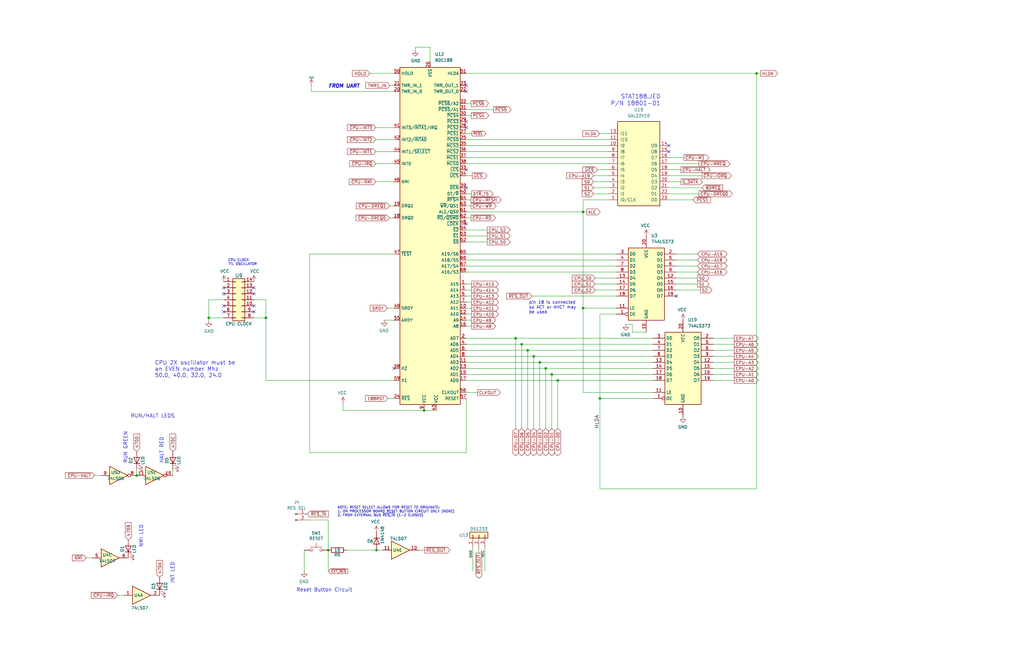
<source format=kicad_sch>
(kicad_sch (version 20211123) (generator eeschema)

  (uuid 1634ca27-42d5-41e7-b185-b102305d0434)

  (paper "USLedger")

  (title_block
    (title "Duodyne 80C188 CPU board")
    (date "2024-07-05")
    (rev "V0.5")
    (comment 1 "Based on a design by John R Coffman. ")
    (comment 2 " RetroBrew Computer Group")
  )

  (lib_symbols
    (symbol "74xx:74LS06" (pin_names (offset 1.016)) (in_bom yes) (on_board yes)
      (property "Reference" "U" (id 0) (at 0 1.27 0)
        (effects (font (size 1.27 1.27)))
      )
      (property "Value" "74LS06" (id 1) (at 0 -1.27 0)
        (effects (font (size 1.27 1.27)))
      )
      (property "Footprint" "" (id 2) (at 0 0 0)
        (effects (font (size 1.27 1.27)) hide)
      )
      (property "Datasheet" "http://www.ti.com/lit/gpn/sn74LS06" (id 3) (at 0 0 0)
        (effects (font (size 1.27 1.27)) hide)
      )
      (property "ki_locked" "" (id 4) (at 0 0 0)
        (effects (font (size 1.27 1.27)))
      )
      (property "ki_keywords" "TTL not inv OpenCol" (id 5) (at 0 0 0)
        (effects (font (size 1.27 1.27)) hide)
      )
      (property "ki_description" "Inverter Open Collect" (id 6) (at 0 0 0)
        (effects (font (size 1.27 1.27)) hide)
      )
      (property "ki_fp_filters" "DIP*W7.62mm*" (id 7) (at 0 0 0)
        (effects (font (size 1.27 1.27)) hide)
      )
      (symbol "74LS06_1_0"
        (polyline
          (pts
            (xy -3.81 3.81)
            (xy -3.81 -3.81)
            (xy 3.81 0)
            (xy -3.81 3.81)
          )
          (stroke (width 0.254) (type default) (color 0 0 0 0))
          (fill (type background))
        )
        (pin input line (at -7.62 0 0) (length 3.81)
          (name "~" (effects (font (size 1.27 1.27))))
          (number "1" (effects (font (size 1.27 1.27))))
        )
        (pin open_collector inverted (at 7.62 0 180) (length 3.81)
          (name "~" (effects (font (size 1.27 1.27))))
          (number "2" (effects (font (size 1.27 1.27))))
        )
      )
      (symbol "74LS06_2_0"
        (polyline
          (pts
            (xy -3.81 3.81)
            (xy -3.81 -3.81)
            (xy 3.81 0)
            (xy -3.81 3.81)
          )
          (stroke (width 0.254) (type default) (color 0 0 0 0))
          (fill (type background))
        )
        (pin input line (at -7.62 0 0) (length 3.81)
          (name "~" (effects (font (size 1.27 1.27))))
          (number "3" (effects (font (size 1.27 1.27))))
        )
        (pin open_collector inverted (at 7.62 0 180) (length 3.81)
          (name "~" (effects (font (size 1.27 1.27))))
          (number "4" (effects (font (size 1.27 1.27))))
        )
      )
      (symbol "74LS06_3_0"
        (polyline
          (pts
            (xy -3.81 3.81)
            (xy -3.81 -3.81)
            (xy 3.81 0)
            (xy -3.81 3.81)
          )
          (stroke (width 0.254) (type default) (color 0 0 0 0))
          (fill (type background))
        )
        (pin input line (at -7.62 0 0) (length 3.81)
          (name "~" (effects (font (size 1.27 1.27))))
          (number "5" (effects (font (size 1.27 1.27))))
        )
        (pin open_collector inverted (at 7.62 0 180) (length 3.81)
          (name "~" (effects (font (size 1.27 1.27))))
          (number "6" (effects (font (size 1.27 1.27))))
        )
      )
      (symbol "74LS06_4_0"
        (polyline
          (pts
            (xy -3.81 3.81)
            (xy -3.81 -3.81)
            (xy 3.81 0)
            (xy -3.81 3.81)
          )
          (stroke (width 0.254) (type default) (color 0 0 0 0))
          (fill (type background))
        )
        (pin open_collector inverted (at 7.62 0 180) (length 3.81)
          (name "~" (effects (font (size 1.27 1.27))))
          (number "8" (effects (font (size 1.27 1.27))))
        )
        (pin input line (at -7.62 0 0) (length 3.81)
          (name "~" (effects (font (size 1.27 1.27))))
          (number "9" (effects (font (size 1.27 1.27))))
        )
      )
      (symbol "74LS06_5_0"
        (polyline
          (pts
            (xy -3.81 3.81)
            (xy -3.81 -3.81)
            (xy 3.81 0)
            (xy -3.81 3.81)
          )
          (stroke (width 0.254) (type default) (color 0 0 0 0))
          (fill (type background))
        )
        (pin open_collector inverted (at 7.62 0 180) (length 3.81)
          (name "~" (effects (font (size 1.27 1.27))))
          (number "10" (effects (font (size 1.27 1.27))))
        )
        (pin input line (at -7.62 0 0) (length 3.81)
          (name "~" (effects (font (size 1.27 1.27))))
          (number "11" (effects (font (size 1.27 1.27))))
        )
      )
      (symbol "74LS06_6_0"
        (polyline
          (pts
            (xy -3.81 3.81)
            (xy -3.81 -3.81)
            (xy 3.81 0)
            (xy -3.81 3.81)
          )
          (stroke (width 0.254) (type default) (color 0 0 0 0))
          (fill (type background))
        )
        (pin open_collector inverted (at 7.62 0 180) (length 3.81)
          (name "~" (effects (font (size 1.27 1.27))))
          (number "12" (effects (font (size 1.27 1.27))))
        )
        (pin input line (at -7.62 0 0) (length 3.81)
          (name "~" (effects (font (size 1.27 1.27))))
          (number "13" (effects (font (size 1.27 1.27))))
        )
      )
      (symbol "74LS06_7_0"
        (pin power_in line (at 0 12.7 270) (length 5.08)
          (name "VCC" (effects (font (size 1.27 1.27))))
          (number "14" (effects (font (size 1.27 1.27))))
        )
        (pin power_in line (at 0 -12.7 90) (length 5.08)
          (name "GND" (effects (font (size 1.27 1.27))))
          (number "7" (effects (font (size 1.27 1.27))))
        )
      )
      (symbol "74LS06_7_1"
        (rectangle (start -5.08 7.62) (end 5.08 -7.62)
          (stroke (width 0.254) (type default) (color 0 0 0 0))
          (fill (type background))
        )
      )
    )
    (symbol "74xx:74LS07" (pin_names (offset 1.016)) (in_bom yes) (on_board yes)
      (property "Reference" "U" (id 0) (at 0 1.27 0)
        (effects (font (size 1.27 1.27)))
      )
      (property "Value" "74LS07" (id 1) (at 0 -1.27 0)
        (effects (font (size 1.27 1.27)))
      )
      (property "Footprint" "" (id 2) (at 0 0 0)
        (effects (font (size 1.27 1.27)) hide)
      )
      (property "Datasheet" "www.ti.com/lit/ds/symlink/sn74ls07.pdf" (id 3) (at 0 0 0)
        (effects (font (size 1.27 1.27)) hide)
      )
      (property "ki_locked" "" (id 4) (at 0 0 0)
        (effects (font (size 1.27 1.27)))
      )
      (property "ki_keywords" "TTL hex buffer OpenCol" (id 5) (at 0 0 0)
        (effects (font (size 1.27 1.27)) hide)
      )
      (property "ki_description" "Hex Buffers and Drivers With Open Collector High Voltage Outputs" (id 6) (at 0 0 0)
        (effects (font (size 1.27 1.27)) hide)
      )
      (property "ki_fp_filters" "SOIC*3.9x8.7mm*P1.27mm* TSSOP*4.4x5mm*P0.65mm* DIP*W7.62mm*" (id 7) (at 0 0 0)
        (effects (font (size 1.27 1.27)) hide)
      )
      (symbol "74LS07_1_0"
        (polyline
          (pts
            (xy -3.81 3.81)
            (xy -3.81 -3.81)
            (xy 3.81 0)
            (xy -3.81 3.81)
          )
          (stroke (width 0.254) (type default) (color 0 0 0 0))
          (fill (type background))
        )
        (pin input line (at -7.62 0 0) (length 3.81)
          (name "~" (effects (font (size 1.27 1.27))))
          (number "1" (effects (font (size 1.27 1.27))))
        )
        (pin open_collector line (at 7.62 0 180) (length 3.81)
          (name "~" (effects (font (size 1.27 1.27))))
          (number "2" (effects (font (size 1.27 1.27))))
        )
      )
      (symbol "74LS07_2_0"
        (polyline
          (pts
            (xy -3.81 3.81)
            (xy -3.81 -3.81)
            (xy 3.81 0)
            (xy -3.81 3.81)
          )
          (stroke (width 0.254) (type default) (color 0 0 0 0))
          (fill (type background))
        )
        (pin input line (at -7.62 0 0) (length 3.81)
          (name "~" (effects (font (size 1.27 1.27))))
          (number "3" (effects (font (size 1.27 1.27))))
        )
        (pin open_collector line (at 7.62 0 180) (length 3.81)
          (name "~" (effects (font (size 1.27 1.27))))
          (number "4" (effects (font (size 1.27 1.27))))
        )
      )
      (symbol "74LS07_3_0"
        (polyline
          (pts
            (xy -3.81 3.81)
            (xy -3.81 -3.81)
            (xy 3.81 0)
            (xy -3.81 3.81)
          )
          (stroke (width 0.254) (type default) (color 0 0 0 0))
          (fill (type background))
        )
        (pin input line (at -7.62 0 0) (length 3.81)
          (name "~" (effects (font (size 1.27 1.27))))
          (number "5" (effects (font (size 1.27 1.27))))
        )
        (pin open_collector line (at 7.62 0 180) (length 3.81)
          (name "~" (effects (font (size 1.27 1.27))))
          (number "6" (effects (font (size 1.27 1.27))))
        )
      )
      (symbol "74LS07_4_0"
        (polyline
          (pts
            (xy -3.81 3.81)
            (xy -3.81 -3.81)
            (xy 3.81 0)
            (xy -3.81 3.81)
          )
          (stroke (width 0.254) (type default) (color 0 0 0 0))
          (fill (type background))
        )
        (pin open_collector line (at 7.62 0 180) (length 3.81)
          (name "~" (effects (font (size 1.27 1.27))))
          (number "8" (effects (font (size 1.27 1.27))))
        )
        (pin input line (at -7.62 0 0) (length 3.81)
          (name "~" (effects (font (size 1.27 1.27))))
          (number "9" (effects (font (size 1.27 1.27))))
        )
      )
      (symbol "74LS07_5_0"
        (polyline
          (pts
            (xy -3.81 3.81)
            (xy -3.81 -3.81)
            (xy 3.81 0)
            (xy -3.81 3.81)
          )
          (stroke (width 0.254) (type default) (color 0 0 0 0))
          (fill (type background))
        )
        (pin open_collector line (at 7.62 0 180) (length 3.81)
          (name "~" (effects (font (size 1.27 1.27))))
          (number "10" (effects (font (size 1.27 1.27))))
        )
        (pin input line (at -7.62 0 0) (length 3.81)
          (name "~" (effects (font (size 1.27 1.27))))
          (number "11" (effects (font (size 1.27 1.27))))
        )
      )
      (symbol "74LS07_6_0"
        (polyline
          (pts
            (xy -3.81 3.81)
            (xy -3.81 -3.81)
            (xy 3.81 0)
            (xy -3.81 3.81)
          )
          (stroke (width 0.254) (type default) (color 0 0 0 0))
          (fill (type background))
        )
        (pin open_collector line (at 7.62 0 180) (length 3.81)
          (name "~" (effects (font (size 1.27 1.27))))
          (number "12" (effects (font (size 1.27 1.27))))
        )
        (pin input line (at -7.62 0 0) (length 3.81)
          (name "~" (effects (font (size 1.27 1.27))))
          (number "13" (effects (font (size 1.27 1.27))))
        )
      )
      (symbol "74LS07_7_0"
        (pin power_in line (at 0 12.7 270) (length 5.08)
          (name "VCC" (effects (font (size 1.27 1.27))))
          (number "14" (effects (font (size 1.27 1.27))))
        )
        (pin power_in line (at 0 -12.7 90) (length 5.08)
          (name "GND" (effects (font (size 1.27 1.27))))
          (number "7" (effects (font (size 1.27 1.27))))
        )
      )
      (symbol "74LS07_7_1"
        (rectangle (start -5.08 7.62) (end 5.08 -7.62)
          (stroke (width 0.254) (type default) (color 0 0 0 0))
          (fill (type background))
        )
      )
    )
    (symbol "74xx:74LS373" (in_bom yes) (on_board yes)
      (property "Reference" "U" (id 0) (at -7.62 16.51 0)
        (effects (font (size 1.27 1.27)))
      )
      (property "Value" "74LS373" (id 1) (at -7.62 -16.51 0)
        (effects (font (size 1.27 1.27)))
      )
      (property "Footprint" "" (id 2) (at 0 0 0)
        (effects (font (size 1.27 1.27)) hide)
      )
      (property "Datasheet" "http://www.ti.com/lit/gpn/sn74LS373" (id 3) (at 0 0 0)
        (effects (font (size 1.27 1.27)) hide)
      )
      (property "ki_keywords" "TTL REG DFF DFF8 LATCH" (id 4) (at 0 0 0)
        (effects (font (size 1.27 1.27)) hide)
      )
      (property "ki_description" "8-bit Latch, 3-state outputs" (id 5) (at 0 0 0)
        (effects (font (size 1.27 1.27)) hide)
      )
      (property "ki_fp_filters" "DIP?20* SOIC?20* SO?20* SSOP?20* TSSOP?20*" (id 6) (at 0 0 0)
        (effects (font (size 1.27 1.27)) hide)
      )
      (symbol "74LS373_1_0"
        (pin input inverted (at -12.7 -12.7 0) (length 5.08)
          (name "OE" (effects (font (size 1.27 1.27))))
          (number "1" (effects (font (size 1.27 1.27))))
        )
        (pin power_in line (at 0 -20.32 90) (length 5.08)
          (name "GND" (effects (font (size 1.27 1.27))))
          (number "10" (effects (font (size 1.27 1.27))))
        )
        (pin input line (at -12.7 -10.16 0) (length 5.08)
          (name "LE" (effects (font (size 1.27 1.27))))
          (number "11" (effects (font (size 1.27 1.27))))
        )
        (pin tri_state line (at 12.7 2.54 180) (length 5.08)
          (name "O4" (effects (font (size 1.27 1.27))))
          (number "12" (effects (font (size 1.27 1.27))))
        )
        (pin input line (at -12.7 2.54 0) (length 5.08)
          (name "D4" (effects (font (size 1.27 1.27))))
          (number "13" (effects (font (size 1.27 1.27))))
        )
        (pin input line (at -12.7 0 0) (length 5.08)
          (name "D5" (effects (font (size 1.27 1.27))))
          (number "14" (effects (font (size 1.27 1.27))))
        )
        (pin tri_state line (at 12.7 0 180) (length 5.08)
          (name "O5" (effects (font (size 1.27 1.27))))
          (number "15" (effects (font (size 1.27 1.27))))
        )
        (pin tri_state line (at 12.7 -2.54 180) (length 5.08)
          (name "O6" (effects (font (size 1.27 1.27))))
          (number "16" (effects (font (size 1.27 1.27))))
        )
        (pin input line (at -12.7 -2.54 0) (length 5.08)
          (name "D6" (effects (font (size 1.27 1.27))))
          (number "17" (effects (font (size 1.27 1.27))))
        )
        (pin input line (at -12.7 -5.08 0) (length 5.08)
          (name "D7" (effects (font (size 1.27 1.27))))
          (number "18" (effects (font (size 1.27 1.27))))
        )
        (pin tri_state line (at 12.7 -5.08 180) (length 5.08)
          (name "O7" (effects (font (size 1.27 1.27))))
          (number "19" (effects (font (size 1.27 1.27))))
        )
        (pin tri_state line (at 12.7 12.7 180) (length 5.08)
          (name "O0" (effects (font (size 1.27 1.27))))
          (number "2" (effects (font (size 1.27 1.27))))
        )
        (pin power_in line (at 0 20.32 270) (length 5.08)
          (name "VCC" (effects (font (size 1.27 1.27))))
          (number "20" (effects (font (size 1.27 1.27))))
        )
        (pin input line (at -12.7 12.7 0) (length 5.08)
          (name "D0" (effects (font (size 1.27 1.27))))
          (number "3" (effects (font (size 1.27 1.27))))
        )
        (pin input line (at -12.7 10.16 0) (length 5.08)
          (name "D1" (effects (font (size 1.27 1.27))))
          (number "4" (effects (font (size 1.27 1.27))))
        )
        (pin tri_state line (at 12.7 10.16 180) (length 5.08)
          (name "O1" (effects (font (size 1.27 1.27))))
          (number "5" (effects (font (size 1.27 1.27))))
        )
        (pin tri_state line (at 12.7 7.62 180) (length 5.08)
          (name "O2" (effects (font (size 1.27 1.27))))
          (number "6" (effects (font (size 1.27 1.27))))
        )
        (pin input line (at -12.7 7.62 0) (length 5.08)
          (name "D2" (effects (font (size 1.27 1.27))))
          (number "7" (effects (font (size 1.27 1.27))))
        )
        (pin input line (at -12.7 5.08 0) (length 5.08)
          (name "D3" (effects (font (size 1.27 1.27))))
          (number "8" (effects (font (size 1.27 1.27))))
        )
        (pin tri_state line (at 12.7 5.08 180) (length 5.08)
          (name "O3" (effects (font (size 1.27 1.27))))
          (number "9" (effects (font (size 1.27 1.27))))
        )
      )
      (symbol "74LS373_1_1"
        (rectangle (start -7.62 15.24) (end 7.62 -15.24)
          (stroke (width 0.254) (type default) (color 0 0 0 0))
          (fill (type background))
        )
      )
    )
    (symbol "Connector:Conn_01x02_Male" (pin_names (offset 1.016) hide) (in_bom yes) (on_board yes)
      (property "Reference" "J" (id 0) (at 0 2.54 0)
        (effects (font (size 1.27 1.27)))
      )
      (property "Value" "Conn_01x02_Male" (id 1) (at 0 -5.08 0)
        (effects (font (size 1.27 1.27)))
      )
      (property "Footprint" "" (id 2) (at 0 0 0)
        (effects (font (size 1.27 1.27)) hide)
      )
      (property "Datasheet" "~" (id 3) (at 0 0 0)
        (effects (font (size 1.27 1.27)) hide)
      )
      (property "ki_keywords" "connector" (id 4) (at 0 0 0)
        (effects (font (size 1.27 1.27)) hide)
      )
      (property "ki_description" "Generic connector, single row, 01x02, script generated (kicad-library-utils/schlib/autogen/connector/)" (id 5) (at 0 0 0)
        (effects (font (size 1.27 1.27)) hide)
      )
      (property "ki_fp_filters" "Connector*:*_1x??_*" (id 6) (at 0 0 0)
        (effects (font (size 1.27 1.27)) hide)
      )
      (symbol "Conn_01x02_Male_1_1"
        (polyline
          (pts
            (xy 1.27 -2.54)
            (xy 0.8636 -2.54)
          )
          (stroke (width 0.1524) (type default) (color 0 0 0 0))
          (fill (type none))
        )
        (polyline
          (pts
            (xy 1.27 0)
            (xy 0.8636 0)
          )
          (stroke (width 0.1524) (type default) (color 0 0 0 0))
          (fill (type none))
        )
        (rectangle (start 0.8636 -2.413) (end 0 -2.667)
          (stroke (width 0.1524) (type default) (color 0 0 0 0))
          (fill (type outline))
        )
        (rectangle (start 0.8636 0.127) (end 0 -0.127)
          (stroke (width 0.1524) (type default) (color 0 0 0 0))
          (fill (type outline))
        )
        (pin passive line (at 5.08 0 180) (length 3.81)
          (name "Pin_1" (effects (font (size 1.27 1.27))))
          (number "1" (effects (font (size 1.27 1.27))))
        )
        (pin passive line (at 5.08 -2.54 180) (length 3.81)
          (name "Pin_2" (effects (font (size 1.27 1.27))))
          (number "2" (effects (font (size 1.27 1.27))))
        )
      )
    )
    (symbol "Connector_Generic:Conn_01x03" (pin_names (offset 1.016) hide) (in_bom yes) (on_board yes)
      (property "Reference" "J" (id 0) (at 0 5.08 0)
        (effects (font (size 1.27 1.27)))
      )
      (property "Value" "Conn_01x03" (id 1) (at 0 -5.08 0)
        (effects (font (size 1.27 1.27)))
      )
      (property "Footprint" "" (id 2) (at 0 0 0)
        (effects (font (size 1.27 1.27)) hide)
      )
      (property "Datasheet" "~" (id 3) (at 0 0 0)
        (effects (font (size 1.27 1.27)) hide)
      )
      (property "ki_keywords" "connector" (id 4) (at 0 0 0)
        (effects (font (size 1.27 1.27)) hide)
      )
      (property "ki_description" "Generic connector, single row, 01x03, script generated (kicad-library-utils/schlib/autogen/connector/)" (id 5) (at 0 0 0)
        (effects (font (size 1.27 1.27)) hide)
      )
      (property "ki_fp_filters" "Connector*:*_1x??_*" (id 6) (at 0 0 0)
        (effects (font (size 1.27 1.27)) hide)
      )
      (symbol "Conn_01x03_1_1"
        (rectangle (start -1.27 -2.413) (end 0 -2.667)
          (stroke (width 0.1524) (type default) (color 0 0 0 0))
          (fill (type none))
        )
        (rectangle (start -1.27 0.127) (end 0 -0.127)
          (stroke (width 0.1524) (type default) (color 0 0 0 0))
          (fill (type none))
        )
        (rectangle (start -1.27 2.667) (end 0 2.413)
          (stroke (width 0.1524) (type default) (color 0 0 0 0))
          (fill (type none))
        )
        (rectangle (start -1.27 3.81) (end 1.27 -3.81)
          (stroke (width 0.254) (type default) (color 0 0 0 0))
          (fill (type background))
        )
        (pin passive line (at -5.08 2.54 0) (length 3.81)
          (name "Pin_1" (effects (font (size 1.27 1.27))))
          (number "1" (effects (font (size 1.27 1.27))))
        )
        (pin passive line (at -5.08 0 0) (length 3.81)
          (name "Pin_2" (effects (font (size 1.27 1.27))))
          (number "2" (effects (font (size 1.27 1.27))))
        )
        (pin passive line (at -5.08 -2.54 0) (length 3.81)
          (name "Pin_3" (effects (font (size 1.27 1.27))))
          (number "3" (effects (font (size 1.27 1.27))))
        )
      )
    )
    (symbol "Connector_Generic:Conn_02x07_Counter_Clockwise" (pin_names (offset 1.016) hide) (in_bom yes) (on_board yes)
      (property "Reference" "J" (id 0) (at 1.27 10.16 0)
        (effects (font (size 1.27 1.27)))
      )
      (property "Value" "Conn_02x07_Counter_Clockwise" (id 1) (at 1.27 -10.16 0)
        (effects (font (size 1.27 1.27)))
      )
      (property "Footprint" "" (id 2) (at 0 0 0)
        (effects (font (size 1.27 1.27)) hide)
      )
      (property "Datasheet" "~" (id 3) (at 0 0 0)
        (effects (font (size 1.27 1.27)) hide)
      )
      (property "ki_keywords" "connector" (id 4) (at 0 0 0)
        (effects (font (size 1.27 1.27)) hide)
      )
      (property "ki_description" "Generic connector, double row, 02x07, counter clockwise pin numbering scheme (similar to DIP package numbering), script generated (kicad-library-utils/schlib/autogen/connector/)" (id 5) (at 0 0 0)
        (effects (font (size 1.27 1.27)) hide)
      )
      (property "ki_fp_filters" "Connector*:*_2x??_*" (id 6) (at 0 0 0)
        (effects (font (size 1.27 1.27)) hide)
      )
      (symbol "Conn_02x07_Counter_Clockwise_1_1"
        (rectangle (start -1.27 -7.493) (end 0 -7.747)
          (stroke (width 0.1524) (type default) (color 0 0 0 0))
          (fill (type none))
        )
        (rectangle (start -1.27 -4.953) (end 0 -5.207)
          (stroke (width 0.1524) (type default) (color 0 0 0 0))
          (fill (type none))
        )
        (rectangle (start -1.27 -2.413) (end 0 -2.667)
          (stroke (width 0.1524) (type default) (color 0 0 0 0))
          (fill (type none))
        )
        (rectangle (start -1.27 0.127) (end 0 -0.127)
          (stroke (width 0.1524) (type default) (color 0 0 0 0))
          (fill (type none))
        )
        (rectangle (start -1.27 2.667) (end 0 2.413)
          (stroke (width 0.1524) (type default) (color 0 0 0 0))
          (fill (type none))
        )
        (rectangle (start -1.27 5.207) (end 0 4.953)
          (stroke (width 0.1524) (type default) (color 0 0 0 0))
          (fill (type none))
        )
        (rectangle (start -1.27 7.747) (end 0 7.493)
          (stroke (width 0.1524) (type default) (color 0 0 0 0))
          (fill (type none))
        )
        (rectangle (start -1.27 8.89) (end 3.81 -8.89)
          (stroke (width 0.254) (type default) (color 0 0 0 0))
          (fill (type background))
        )
        (rectangle (start 3.81 -7.493) (end 2.54 -7.747)
          (stroke (width 0.1524) (type default) (color 0 0 0 0))
          (fill (type none))
        )
        (rectangle (start 3.81 -4.953) (end 2.54 -5.207)
          (stroke (width 0.1524) (type default) (color 0 0 0 0))
          (fill (type none))
        )
        (rectangle (start 3.81 -2.413) (end 2.54 -2.667)
          (stroke (width 0.1524) (type default) (color 0 0 0 0))
          (fill (type none))
        )
        (rectangle (start 3.81 0.127) (end 2.54 -0.127)
          (stroke (width 0.1524) (type default) (color 0 0 0 0))
          (fill (type none))
        )
        (rectangle (start 3.81 2.667) (end 2.54 2.413)
          (stroke (width 0.1524) (type default) (color 0 0 0 0))
          (fill (type none))
        )
        (rectangle (start 3.81 5.207) (end 2.54 4.953)
          (stroke (width 0.1524) (type default) (color 0 0 0 0))
          (fill (type none))
        )
        (rectangle (start 3.81 7.747) (end 2.54 7.493)
          (stroke (width 0.1524) (type default) (color 0 0 0 0))
          (fill (type none))
        )
        (pin passive line (at -5.08 7.62 0) (length 3.81)
          (name "Pin_1" (effects (font (size 1.27 1.27))))
          (number "1" (effects (font (size 1.27 1.27))))
        )
        (pin passive line (at 7.62 -2.54 180) (length 3.81)
          (name "Pin_10" (effects (font (size 1.27 1.27))))
          (number "10" (effects (font (size 1.27 1.27))))
        )
        (pin passive line (at 7.62 0 180) (length 3.81)
          (name "Pin_11" (effects (font (size 1.27 1.27))))
          (number "11" (effects (font (size 1.27 1.27))))
        )
        (pin passive line (at 7.62 2.54 180) (length 3.81)
          (name "Pin_12" (effects (font (size 1.27 1.27))))
          (number "12" (effects (font (size 1.27 1.27))))
        )
        (pin passive line (at 7.62 5.08 180) (length 3.81)
          (name "Pin_13" (effects (font (size 1.27 1.27))))
          (number "13" (effects (font (size 1.27 1.27))))
        )
        (pin passive line (at 7.62 7.62 180) (length 3.81)
          (name "Pin_14" (effects (font (size 1.27 1.27))))
          (number "14" (effects (font (size 1.27 1.27))))
        )
        (pin passive line (at -5.08 5.08 0) (length 3.81)
          (name "Pin_2" (effects (font (size 1.27 1.27))))
          (number "2" (effects (font (size 1.27 1.27))))
        )
        (pin passive line (at -5.08 2.54 0) (length 3.81)
          (name "Pin_3" (effects (font (size 1.27 1.27))))
          (number "3" (effects (font (size 1.27 1.27))))
        )
        (pin passive line (at -5.08 0 0) (length 3.81)
          (name "Pin_4" (effects (font (size 1.27 1.27))))
          (number "4" (effects (font (size 1.27 1.27))))
        )
        (pin passive line (at -5.08 -2.54 0) (length 3.81)
          (name "Pin_5" (effects (font (size 1.27 1.27))))
          (number "5" (effects (font (size 1.27 1.27))))
        )
        (pin passive line (at -5.08 -5.08 0) (length 3.81)
          (name "Pin_6" (effects (font (size 1.27 1.27))))
          (number "6" (effects (font (size 1.27 1.27))))
        )
        (pin passive line (at -5.08 -7.62 0) (length 3.81)
          (name "Pin_7" (effects (font (size 1.27 1.27))))
          (number "7" (effects (font (size 1.27 1.27))))
        )
        (pin passive line (at 7.62 -7.62 180) (length 3.81)
          (name "Pin_8" (effects (font (size 1.27 1.27))))
          (number "8" (effects (font (size 1.27 1.27))))
        )
        (pin passive line (at 7.62 -5.08 180) (length 3.81)
          (name "Pin_9" (effects (font (size 1.27 1.27))))
          (number "9" (effects (font (size 1.27 1.27))))
        )
      )
    )
    (symbol "Device:LED" (pin_numbers hide) (pin_names (offset 1.016) hide) (in_bom yes) (on_board yes)
      (property "Reference" "D" (id 0) (at 0 2.54 0)
        (effects (font (size 1.27 1.27)))
      )
      (property "Value" "LED" (id 1) (at 0 -2.54 0)
        (effects (font (size 1.27 1.27)))
      )
      (property "Footprint" "" (id 2) (at 0 0 0)
        (effects (font (size 1.27 1.27)) hide)
      )
      (property "Datasheet" "~" (id 3) (at 0 0 0)
        (effects (font (size 1.27 1.27)) hide)
      )
      (property "ki_keywords" "LED diode" (id 4) (at 0 0 0)
        (effects (font (size 1.27 1.27)) hide)
      )
      (property "ki_description" "Light emitting diode" (id 5) (at 0 0 0)
        (effects (font (size 1.27 1.27)) hide)
      )
      (property "ki_fp_filters" "LED* LED_SMD:* LED_THT:*" (id 6) (at 0 0 0)
        (effects (font (size 1.27 1.27)) hide)
      )
      (symbol "LED_0_1"
        (polyline
          (pts
            (xy -1.27 -1.27)
            (xy -1.27 1.27)
          )
          (stroke (width 0.254) (type default) (color 0 0 0 0))
          (fill (type none))
        )
        (polyline
          (pts
            (xy -1.27 0)
            (xy 1.27 0)
          )
          (stroke (width 0) (type default) (color 0 0 0 0))
          (fill (type none))
        )
        (polyline
          (pts
            (xy 1.27 -1.27)
            (xy 1.27 1.27)
            (xy -1.27 0)
            (xy 1.27 -1.27)
          )
          (stroke (width 0.254) (type default) (color 0 0 0 0))
          (fill (type none))
        )
        (polyline
          (pts
            (xy -3.048 -0.762)
            (xy -4.572 -2.286)
            (xy -3.81 -2.286)
            (xy -4.572 -2.286)
            (xy -4.572 -1.524)
          )
          (stroke (width 0) (type default) (color 0 0 0 0))
          (fill (type none))
        )
        (polyline
          (pts
            (xy -1.778 -0.762)
            (xy -3.302 -2.286)
            (xy -2.54 -2.286)
            (xy -3.302 -2.286)
            (xy -3.302 -1.524)
          )
          (stroke (width 0) (type default) (color 0 0 0 0))
          (fill (type none))
        )
      )
      (symbol "LED_1_1"
        (pin passive line (at -3.81 0 0) (length 2.54)
          (name "K" (effects (font (size 1.27 1.27))))
          (number "1" (effects (font (size 1.27 1.27))))
        )
        (pin passive line (at 3.81 0 180) (length 2.54)
          (name "A" (effects (font (size 1.27 1.27))))
          (number "2" (effects (font (size 1.27 1.27))))
        )
      )
    )
    (symbol "Device:R" (pin_numbers hide) (pin_names (offset 0)) (in_bom yes) (on_board yes)
      (property "Reference" "R" (id 0) (at 2.032 0 90)
        (effects (font (size 1.27 1.27)))
      )
      (property "Value" "R" (id 1) (at 0 0 90)
        (effects (font (size 1.27 1.27)))
      )
      (property "Footprint" "" (id 2) (at -1.778 0 90)
        (effects (font (size 1.27 1.27)) hide)
      )
      (property "Datasheet" "~" (id 3) (at 0 0 0)
        (effects (font (size 1.27 1.27)) hide)
      )
      (property "ki_keywords" "R res resistor" (id 4) (at 0 0 0)
        (effects (font (size 1.27 1.27)) hide)
      )
      (property "ki_description" "Resistor" (id 5) (at 0 0 0)
        (effects (font (size 1.27 1.27)) hide)
      )
      (property "ki_fp_filters" "R_*" (id 6) (at 0 0 0)
        (effects (font (size 1.27 1.27)) hide)
      )
      (symbol "R_0_1"
        (rectangle (start -1.016 -2.54) (end 1.016 2.54)
          (stroke (width 0.254) (type default) (color 0 0 0 0))
          (fill (type none))
        )
      )
      (symbol "R_1_1"
        (pin passive line (at 0 3.81 270) (length 1.27)
          (name "~" (effects (font (size 1.27 1.27))))
          (number "1" (effects (font (size 1.27 1.27))))
        )
        (pin passive line (at 0 -3.81 90) (length 1.27)
          (name "~" (effects (font (size 1.27 1.27))))
          (number "2" (effects (font (size 1.27 1.27))))
        )
      )
    )
    (symbol "Diode:1N4148" (pin_numbers hide) (pin_names hide) (in_bom yes) (on_board yes)
      (property "Reference" "D" (id 0) (at 0 2.54 0)
        (effects (font (size 1.27 1.27)))
      )
      (property "Value" "1N4148" (id 1) (at 0 -2.54 0)
        (effects (font (size 1.27 1.27)))
      )
      (property "Footprint" "Diode_THT:D_DO-35_SOD27_P7.62mm_Horizontal" (id 2) (at 0 0 0)
        (effects (font (size 1.27 1.27)) hide)
      )
      (property "Datasheet" "https://assets.nexperia.com/documents/data-sheet/1N4148_1N4448.pdf" (id 3) (at 0 0 0)
        (effects (font (size 1.27 1.27)) hide)
      )
      (property "ki_keywords" "diode" (id 4) (at 0 0 0)
        (effects (font (size 1.27 1.27)) hide)
      )
      (property "ki_description" "100V 0.15A standard switching diode, DO-35" (id 5) (at 0 0 0)
        (effects (font (size 1.27 1.27)) hide)
      )
      (property "ki_fp_filters" "D*DO?35*" (id 6) (at 0 0 0)
        (effects (font (size 1.27 1.27)) hide)
      )
      (symbol "1N4148_0_1"
        (polyline
          (pts
            (xy -1.27 1.27)
            (xy -1.27 -1.27)
          )
          (stroke (width 0.254) (type default) (color 0 0 0 0))
          (fill (type none))
        )
        (polyline
          (pts
            (xy 1.27 0)
            (xy -1.27 0)
          )
          (stroke (width 0) (type default) (color 0 0 0 0))
          (fill (type none))
        )
        (polyline
          (pts
            (xy 1.27 1.27)
            (xy 1.27 -1.27)
            (xy -1.27 0)
            (xy 1.27 1.27)
          )
          (stroke (width 0.254) (type default) (color 0 0 0 0))
          (fill (type none))
        )
      )
      (symbol "1N4148_1_1"
        (pin passive line (at -3.81 0 0) (length 2.54)
          (name "K" (effects (font (size 1.27 1.27))))
          (number "1" (effects (font (size 1.27 1.27))))
        )
        (pin passive line (at 3.81 0 180) (length 2.54)
          (name "A" (effects (font (size 1.27 1.27))))
          (number "2" (effects (font (size 1.27 1.27))))
        )
      )
    )
    (symbol "MCU_Intel:80C188" (in_bom yes) (on_board yes)
      (property "Reference" "U" (id 0) (at -12.7 72.39 0)
        (effects (font (size 1.27 1.27)))
      )
      (property "Value" "80C188" (id 1) (at 10.16 72.39 0)
        (effects (font (size 1.27 1.27)))
      )
      (property "Footprint" "" (id 2) (at 1.27 33.02 0)
        (effects (font (size 1.27 1.27) italic) hide)
      )
      (property "Datasheet" "http://datasheets.chipdb.org/Intel/x86/8018x/datashts/80188/intel-80c188.pdf" (id 3) (at 0 31.75 0)
        (effects (font (size 1.27 1.27)) hide)
      )
      (property "ki_keywords" "MPRO" (id 4) (at 0 0 0)
        (effects (font (size 1.27 1.27)) hide)
      )
      (property "ki_description" "CHMOS High-Integration 16-Bit Microprocessor" (id 5) (at 0 0 0)
        (effects (font (size 1.27 1.27)) hide)
      )
      (property "ki_fp_filters" "PLCC* PGA*Layout11x11*P2.54mm* LCC*" (id 6) (at 0 0 0)
        (effects (font (size 1.27 1.27)) hide)
      )
      (symbol "80C188_0_1"
        (rectangle (start 12.7 -71.12) (end -12.7 71.12)
          (stroke (width 0.254) (type default) (color 0 0 0 0))
          (fill (type background))
        )
      )
      (symbol "80C188_1_1"
        (pin output line (at 15.24 20.32 180) (length 2.54)
          (name "A15" (effects (font (size 1.27 1.27))))
          (number "1" (effects (font (size 1.27 1.27))))
        )
        (pin output line (at 15.24 30.48 180) (length 2.54)
          (name "A11" (effects (font (size 1.27 1.27))))
          (number "10" (effects (font (size 1.27 1.27))))
        )
        (pin bidirectional line (at 15.24 53.34 180) (length 2.54)
          (name "AD3" (effects (font (size 1.27 1.27))))
          (number "11" (effects (font (size 1.27 1.27))))
        )
        (pin output line (at 15.24 33.02 180) (length 2.54)
          (name "A10" (effects (font (size 1.27 1.27))))
          (number "12" (effects (font (size 1.27 1.27))))
        )
        (pin bidirectional line (at 15.24 55.88 180) (length 2.54)
          (name "AD2" (effects (font (size 1.27 1.27))))
          (number "13" (effects (font (size 1.27 1.27))))
        )
        (pin output line (at 15.24 35.56 180) (length 2.54)
          (name "A9" (effects (font (size 1.27 1.27))))
          (number "14" (effects (font (size 1.27 1.27))))
        )
        (pin bidirectional line (at 15.24 58.42 180) (length 2.54)
          (name "AD1" (effects (font (size 1.27 1.27))))
          (number "15" (effects (font (size 1.27 1.27))))
        )
        (pin output line (at 15.24 38.1 180) (length 2.54)
          (name "A8" (effects (font (size 1.27 1.27))))
          (number "16" (effects (font (size 1.27 1.27))))
        )
        (pin bidirectional line (at 15.24 60.96 180) (length 2.54)
          (name "AD0" (effects (font (size 1.27 1.27))))
          (number "17" (effects (font (size 1.27 1.27))))
        )
        (pin input line (at -15.24 -7.62 0) (length 2.54)
          (name "DRQ0" (effects (font (size 1.27 1.27))))
          (number "18" (effects (font (size 1.27 1.27))))
        )
        (pin input line (at -15.24 -12.7 0) (length 2.54)
          (name "DRQ1" (effects (font (size 1.27 1.27))))
          (number "19" (effects (font (size 1.27 1.27))))
        )
        (pin bidirectional line (at 15.24 43.18 180) (length 2.54)
          (name "AD7" (effects (font (size 1.27 1.27))))
          (number "2" (effects (font (size 1.27 1.27))))
        )
        (pin input line (at -15.24 -60.96 0) (length 2.54)
          (name "TMR_IN_0" (effects (font (size 1.27 1.27))))
          (number "20" (effects (font (size 1.27 1.27))))
        )
        (pin input line (at -15.24 -63.5 0) (length 2.54)
          (name "TMR_IN_1" (effects (font (size 1.27 1.27))))
          (number "21" (effects (font (size 1.27 1.27))))
        )
        (pin output line (at 15.24 -60.96 180) (length 2.54)
          (name "TMR_OUT_0" (effects (font (size 1.27 1.27))))
          (number "22" (effects (font (size 1.27 1.27))))
        )
        (pin output line (at 15.24 -63.5 180) (length 2.54)
          (name "TMR_OUT_1" (effects (font (size 1.27 1.27))))
          (number "23" (effects (font (size 1.27 1.27))))
        )
        (pin input line (at -15.24 68.58 0) (length 2.54)
          (name "~{RES}" (effects (font (size 1.27 1.27))))
          (number "24" (effects (font (size 1.27 1.27))))
        )
        (pin output line (at 15.24 -40.64 180) (length 2.54)
          (name "~{PCS0}" (effects (font (size 1.27 1.27))))
          (number "25" (effects (font (size 1.27 1.27))))
        )
        (pin power_in line (at 0 -73.66 90) (length 2.54)
          (name "VSS" (effects (font (size 1.27 1.27))))
          (number "26" (effects (font (size 1.27 1.27))))
        )
        (pin output line (at 15.24 -43.18 180) (length 2.54)
          (name "~{PCS1}" (effects (font (size 1.27 1.27))))
          (number "27" (effects (font (size 1.27 1.27))))
        )
        (pin output line (at 15.24 -45.72 180) (length 2.54)
          (name "~{PCS2}" (effects (font (size 1.27 1.27))))
          (number "28" (effects (font (size 1.27 1.27))))
        )
        (pin output line (at 15.24 -48.26 180) (length 2.54)
          (name "~{PCS3}" (effects (font (size 1.27 1.27))))
          (number "29" (effects (font (size 1.27 1.27))))
        )
        (pin output line (at 15.24 22.86 180) (length 2.54)
          (name "A14" (effects (font (size 1.27 1.27))))
          (number "3" (effects (font (size 1.27 1.27))))
        )
        (pin output line (at 15.24 -50.8 180) (length 2.54)
          (name "~{PCS4}" (effects (font (size 1.27 1.27))))
          (number "30" (effects (font (size 1.27 1.27))))
        )
        (pin output line (at 15.24 -53.34 180) (length 2.54)
          (name "~{PCS5}/A1" (effects (font (size 1.27 1.27))))
          (number "31" (effects (font (size 1.27 1.27))))
        )
        (pin output line (at 15.24 -55.88 180) (length 2.54)
          (name "~{PCS6}/A2" (effects (font (size 1.27 1.27))))
          (number "32" (effects (font (size 1.27 1.27))))
        )
        (pin bidirectional line (at 15.24 -27.94 180) (length 2.54)
          (name "~{LCS}" (effects (font (size 1.27 1.27))))
          (number "33" (effects (font (size 1.27 1.27))))
        )
        (pin bidirectional line (at 15.24 -25.4 180) (length 2.54)
          (name "~{UCS}" (effects (font (size 1.27 1.27))))
          (number "34" (effects (font (size 1.27 1.27))))
        )
        (pin output line (at 15.24 -38.1 180) (length 2.54)
          (name "~{MCS3}" (effects (font (size 1.27 1.27))))
          (number "35" (effects (font (size 1.27 1.27))))
        )
        (pin output line (at 15.24 -35.56 180) (length 2.54)
          (name "~{MCS2}" (effects (font (size 1.27 1.27))))
          (number "36" (effects (font (size 1.27 1.27))))
        )
        (pin output line (at 15.24 -33.02 180) (length 2.54)
          (name "~{MCS1}" (effects (font (size 1.27 1.27))))
          (number "37" (effects (font (size 1.27 1.27))))
        )
        (pin output line (at 15.24 -30.48 180) (length 2.54)
          (name "~{MCS0}" (effects (font (size 1.27 1.27))))
          (number "38" (effects (font (size 1.27 1.27))))
        )
        (pin output line (at 15.24 -20.32 180) (length 2.54)
          (name "~{DEN}" (effects (font (size 1.27 1.27))))
          (number "39" (effects (font (size 1.27 1.27))))
        )
        (pin bidirectional line (at 15.24 45.72 180) (length 2.54)
          (name "AD6" (effects (font (size 1.27 1.27))))
          (number "4" (effects (font (size 1.27 1.27))))
        )
        (pin output line (at 15.24 -17.78 180) (length 2.54)
          (name "DT/~{R}" (effects (font (size 1.27 1.27))))
          (number "40" (effects (font (size 1.27 1.27))))
        )
        (pin bidirectional line (at -15.24 -45.72 0) (length 2.54)
          (name "INT3/~{INTA1}/IRQ" (effects (font (size 1.27 1.27))))
          (number "41" (effects (font (size 1.27 1.27))))
        )
        (pin bidirectional line (at -15.24 -40.64 0) (length 2.54)
          (name "INT2/~{INTA0}" (effects (font (size 1.27 1.27))))
          (number "42" (effects (font (size 1.27 1.27))))
        )
        (pin power_in line (at 2.54 73.66 270) (length 2.54)
          (name "VCC" (effects (font (size 1.27 1.27))))
          (number "43" (effects (font (size 1.27 1.27))))
        )
        (pin input line (at -15.24 -35.56 0) (length 2.54)
          (name "INT1/~{SELECT}" (effects (font (size 1.27 1.27))))
          (number "44" (effects (font (size 1.27 1.27))))
        )
        (pin input line (at -15.24 -30.48 0) (length 2.54)
          (name "INT0" (effects (font (size 1.27 1.27))))
          (number "45" (effects (font (size 1.27 1.27))))
        )
        (pin input line (at -15.24 -22.86 0) (length 2.54)
          (name "NMI" (effects (font (size 1.27 1.27))))
          (number "46" (effects (font (size 1.27 1.27))))
        )
        (pin bidirectional line (at -15.24 7.62 0) (length 2.54)
          (name "~{TEST}" (effects (font (size 1.27 1.27))))
          (number "47" (effects (font (size 1.27 1.27))))
        )
        (pin output line (at 15.24 -5.08 180) (length 2.54)
          (name "~{LOCK}" (effects (font (size 1.27 1.27))))
          (number "48" (effects (font (size 1.27 1.27))))
        )
        (pin input line (at -15.24 30.48 0) (length 2.54)
          (name "SRDY" (effects (font (size 1.27 1.27))))
          (number "49" (effects (font (size 1.27 1.27))))
        )
        (pin output line (at 15.24 25.4 180) (length 2.54)
          (name "A13" (effects (font (size 1.27 1.27))))
          (number "5" (effects (font (size 1.27 1.27))))
        )
        (pin input line (at -15.24 -68.58 0) (length 2.54)
          (name "HOLD" (effects (font (size 1.27 1.27))))
          (number "50" (effects (font (size 1.27 1.27))))
        )
        (pin output line (at 15.24 -68.58 180) (length 2.54)
          (name "HLDA" (effects (font (size 1.27 1.27))))
          (number "51" (effects (font (size 1.27 1.27))))
        )
        (pin output line (at 15.24 2.54 180) (length 2.54)
          (name "~{S0}" (effects (font (size 1.27 1.27))))
          (number "52" (effects (font (size 1.27 1.27))))
        )
        (pin output line (at 15.24 0 180) (length 2.54)
          (name "~{S1}" (effects (font (size 1.27 1.27))))
          (number "53" (effects (font (size 1.27 1.27))))
        )
        (pin output line (at 15.24 -2.54 180) (length 2.54)
          (name "~{S2}" (effects (font (size 1.27 1.27))))
          (number "54" (effects (font (size 1.27 1.27))))
        )
        (pin input line (at -15.24 35.56 0) (length 2.54)
          (name "ARDY" (effects (font (size 1.27 1.27))))
          (number "55" (effects (font (size 1.27 1.27))))
        )
        (pin output line (at 15.24 66.04 180) (length 2.54)
          (name "CLKOUT" (effects (font (size 1.27 1.27))))
          (number "56" (effects (font (size 1.27 1.27))))
        )
        (pin output line (at 15.24 68.58 180) (length 2.54)
          (name "RESET" (effects (font (size 1.27 1.27))))
          (number "57" (effects (font (size 1.27 1.27))))
        )
        (pin output line (at -15.24 55.88 0) (length 2.54)
          (name "X2" (effects (font (size 1.27 1.27))))
          (number "58" (effects (font (size 1.27 1.27))))
        )
        (pin input line (at -15.24 60.96 0) (length 2.54)
          (name "X1" (effects (font (size 1.27 1.27))))
          (number "59" (effects (font (size 1.27 1.27))))
        )
        (pin bidirectional line (at 15.24 48.26 180) (length 2.54)
          (name "AD5" (effects (font (size 1.27 1.27))))
          (number "6" (effects (font (size 1.27 1.27))))
        )
        (pin passive line (at 0 -73.66 90) (length 2.54) hide
          (name "VSS" (effects (font (size 1.27 1.27))))
          (number "60" (effects (font (size 1.27 1.27))))
        )
        (pin output line (at 15.24 -10.16 180) (length 2.54)
          (name "ALE/QS0" (effects (font (size 1.27 1.27))))
          (number "61" (effects (font (size 1.27 1.27))))
        )
        (pin bidirectional line (at 15.24 -7.62 180) (length 2.54)
          (name "~{RD}/~{QSMD}" (effects (font (size 1.27 1.27))))
          (number "62" (effects (font (size 1.27 1.27))))
        )
        (pin output line (at 15.24 -12.7 180) (length 2.54)
          (name "~{WR}/QS1" (effects (font (size 1.27 1.27))))
          (number "63" (effects (font (size 1.27 1.27))))
        )
        (pin output line (at 15.24 -15.24 180) (length 2.54)
          (name "~{RFSH}" (effects (font (size 1.27 1.27))))
          (number "64" (effects (font (size 1.27 1.27))))
        )
        (pin output line (at 15.24 7.62 180) (length 2.54)
          (name "A19/S6" (effects (font (size 1.27 1.27))))
          (number "65" (effects (font (size 1.27 1.27))))
        )
        (pin output line (at 15.24 10.16 180) (length 2.54)
          (name "A18/S5" (effects (font (size 1.27 1.27))))
          (number "66" (effects (font (size 1.27 1.27))))
        )
        (pin output line (at 15.24 12.7 180) (length 2.54)
          (name "A17/S4" (effects (font (size 1.27 1.27))))
          (number "67" (effects (font (size 1.27 1.27))))
        )
        (pin output line (at 15.24 15.24 180) (length 2.54)
          (name "A16/S3" (effects (font (size 1.27 1.27))))
          (number "68" (effects (font (size 1.27 1.27))))
        )
        (pin output line (at 15.24 27.94 180) (length 2.54)
          (name "A12" (effects (font (size 1.27 1.27))))
          (number "7" (effects (font (size 1.27 1.27))))
        )
        (pin bidirectional line (at 15.24 50.8 180) (length 2.54)
          (name "AD4" (effects (font (size 1.27 1.27))))
          (number "8" (effects (font (size 1.27 1.27))))
        )
        (pin power_in line (at -2.54 73.66 270) (length 2.54)
          (name "VCC" (effects (font (size 1.27 1.27))))
          (number "9" (effects (font (size 1.27 1.27))))
        )
      )
    )
    (symbol "Switch:SW_Push" (pin_numbers hide) (pin_names (offset 1.016) hide) (in_bom yes) (on_board yes)
      (property "Reference" "SW" (id 0) (at 1.27 2.54 0)
        (effects (font (size 1.27 1.27)) (justify left))
      )
      (property "Value" "SW_Push" (id 1) (at 0 -1.524 0)
        (effects (font (size 1.27 1.27)))
      )
      (property "Footprint" "" (id 2) (at 0 5.08 0)
        (effects (font (size 1.27 1.27)) hide)
      )
      (property "Datasheet" "~" (id 3) (at 0 5.08 0)
        (effects (font (size 1.27 1.27)) hide)
      )
      (property "ki_keywords" "switch normally-open pushbutton push-button" (id 4) (at 0 0 0)
        (effects (font (size 1.27 1.27)) hide)
      )
      (property "ki_description" "Push button switch, generic, two pins" (id 5) (at 0 0 0)
        (effects (font (size 1.27 1.27)) hide)
      )
      (symbol "SW_Push_0_1"
        (circle (center -2.032 0) (radius 0.508)
          (stroke (width 0) (type default) (color 0 0 0 0))
          (fill (type none))
        )
        (polyline
          (pts
            (xy 0 1.27)
            (xy 0 3.048)
          )
          (stroke (width 0) (type default) (color 0 0 0 0))
          (fill (type none))
        )
        (polyline
          (pts
            (xy 2.54 1.27)
            (xy -2.54 1.27)
          )
          (stroke (width 0) (type default) (color 0 0 0 0))
          (fill (type none))
        )
        (circle (center 2.032 0) (radius 0.508)
          (stroke (width 0) (type default) (color 0 0 0 0))
          (fill (type none))
        )
        (pin passive line (at -5.08 0 0) (length 2.54)
          (name "1" (effects (font (size 1.27 1.27))))
          (number "1" (effects (font (size 1.27 1.27))))
        )
        (pin passive line (at 5.08 0 180) (length 2.54)
          (name "2" (effects (font (size 1.27 1.27))))
          (number "2" (effects (font (size 1.27 1.27))))
        )
      )
    )
    (symbol "gal22v10:GAL22V10" (pin_names (offset 1.016)) (in_bom yes) (on_board yes)
      (property "Reference" "U" (id 0) (at -8.89 19.05 0)
        (effects (font (size 1.27 1.27)) (justify left))
      )
      (property "Value" "GAL22V10" (id 1) (at -1.27 19.05 0)
        (effects (font (size 1.27 1.27)) (justify left))
      )
      (property "Footprint" "" (id 2) (at 0 0 0)
        (effects (font (size 1.27 1.27)) hide)
      )
      (property "Datasheet" "" (id 3) (at 0 0 0)
        (effects (font (size 1.27 1.27)) hide)
      )
      (property "ki_fp_filters" "DIP* PDIP*" (id 4) (at 0 0 0)
        (effects (font (size 1.27 1.27)) hide)
      )
      (symbol "GAL22V10_0_1"
        (rectangle (start -8.89 -17.78) (end 8.89 17.78)
          (stroke (width 0.254) (type default) (color 0 0 0 0))
          (fill (type background))
        )
      )
      (symbol "GAL22V10_1_1"
        (pin input line (at -12.7 15.24 0) (length 3.81)
          (name "I0/CLK" (effects (font (size 1.27 1.27))))
          (number "1" (effects (font (size 1.27 1.27))))
        )
        (pin input line (at -12.7 -7.62 0) (length 3.81)
          (name "I9" (effects (font (size 1.27 1.27))))
          (number "10" (effects (font (size 1.27 1.27))))
        )
        (pin input line (at -12.7 -10.16 0) (length 3.81)
          (name "I10" (effects (font (size 1.27 1.27))))
          (number "11" (effects (font (size 1.27 1.27))))
        )
        (pin power_in line (at 0 -17.78 90) (length 0) hide
          (name "GND" (effects (font (size 1.27 1.27))))
          (number "12" (effects (font (size 1.27 1.27))))
        )
        (pin input line (at -12.7 -12.7 0) (length 3.81)
          (name "I11" (effects (font (size 1.27 1.27))))
          (number "13" (effects (font (size 1.27 1.27))))
        )
        (pin bidirectional line (at 12.7 -7.62 180) (length 3.81)
          (name "O9" (effects (font (size 1.27 1.27))))
          (number "14" (effects (font (size 1.27 1.27))))
        )
        (pin bidirectional line (at 12.7 -5.08 180) (length 3.81)
          (name "O8" (effects (font (size 1.27 1.27))))
          (number "15" (effects (font (size 1.27 1.27))))
        )
        (pin bidirectional line (at 12.7 -2.54 180) (length 3.81)
          (name "O7" (effects (font (size 1.27 1.27))))
          (number "16" (effects (font (size 1.27 1.27))))
        )
        (pin bidirectional line (at 12.7 0 180) (length 3.81)
          (name "O6" (effects (font (size 1.27 1.27))))
          (number "17" (effects (font (size 1.27 1.27))))
        )
        (pin bidirectional line (at 12.7 2.54 180) (length 3.81)
          (name "O5" (effects (font (size 1.27 1.27))))
          (number "18" (effects (font (size 1.27 1.27))))
        )
        (pin bidirectional line (at 12.7 5.08 180) (length 3.81)
          (name "O4" (effects (font (size 1.27 1.27))))
          (number "19" (effects (font (size 1.27 1.27))))
        )
        (pin input line (at -12.7 12.7 0) (length 3.81)
          (name "I1" (effects (font (size 1.27 1.27))))
          (number "2" (effects (font (size 1.27 1.27))))
        )
        (pin bidirectional line (at 12.7 7.62 180) (length 3.81)
          (name "O3" (effects (font (size 1.27 1.27))))
          (number "20" (effects (font (size 1.27 1.27))))
        )
        (pin bidirectional line (at 12.7 10.16 180) (length 3.81)
          (name "O2" (effects (font (size 1.27 1.27))))
          (number "21" (effects (font (size 1.27 1.27))))
        )
        (pin bidirectional line (at 12.7 12.7 180) (length 3.81)
          (name "O1" (effects (font (size 1.27 1.27))))
          (number "22" (effects (font (size 1.27 1.27))))
        )
        (pin bidirectional line (at 12.7 15.24 180) (length 3.81)
          (name "O0" (effects (font (size 1.27 1.27))))
          (number "23" (effects (font (size 1.27 1.27))))
        )
        (pin power_in line (at 0 17.78 270) (length 0) hide
          (name "VCC" (effects (font (size 1.27 1.27))))
          (number "24" (effects (font (size 1.27 1.27))))
        )
        (pin input line (at -12.7 10.16 0) (length 3.81)
          (name "I2" (effects (font (size 1.27 1.27))))
          (number "3" (effects (font (size 1.27 1.27))))
        )
        (pin input line (at -12.7 7.62 0) (length 3.81)
          (name "I3" (effects (font (size 1.27 1.27))))
          (number "4" (effects (font (size 1.27 1.27))))
        )
        (pin input line (at -12.7 5.08 0) (length 3.81)
          (name "I4" (effects (font (size 1.27 1.27))))
          (number "5" (effects (font (size 1.27 1.27))))
        )
        (pin input line (at -12.7 2.54 0) (length 3.81)
          (name "I5" (effects (font (size 1.27 1.27))))
          (number "6" (effects (font (size 1.27 1.27))))
        )
        (pin input line (at -12.7 0 0) (length 3.81)
          (name "I6" (effects (font (size 1.27 1.27))))
          (number "7" (effects (font (size 1.27 1.27))))
        )
        (pin input line (at -12.7 -2.54 0) (length 3.81)
          (name "I7" (effects (font (size 1.27 1.27))))
          (number "8" (effects (font (size 1.27 1.27))))
        )
        (pin input line (at -12.7 -5.08 0) (length 3.81)
          (name "I8" (effects (font (size 1.27 1.27))))
          (number "9" (effects (font (size 1.27 1.27))))
        )
      )
    )
    (symbol "power:GND" (power) (pin_names (offset 0)) (in_bom yes) (on_board yes)
      (property "Reference" "#PWR" (id 0) (at 0 -6.35 0)
        (effects (font (size 1.27 1.27)) hide)
      )
      (property "Value" "GND" (id 1) (at 0 -3.81 0)
        (effects (font (size 1.27 1.27)))
      )
      (property "Footprint" "" (id 2) (at 0 0 0)
        (effects (font (size 1.27 1.27)) hide)
      )
      (property "Datasheet" "" (id 3) (at 0 0 0)
        (effects (font (size 1.27 1.27)) hide)
      )
      (property "ki_keywords" "global power" (id 4) (at 0 0 0)
        (effects (font (size 1.27 1.27)) hide)
      )
      (property "ki_description" "Power symbol creates a global label with name \"GND\" , ground" (id 5) (at 0 0 0)
        (effects (font (size 1.27 1.27)) hide)
      )
      (symbol "GND_0_1"
        (polyline
          (pts
            (xy 0 0)
            (xy 0 -1.27)
            (xy 1.27 -1.27)
            (xy 0 -2.54)
            (xy -1.27 -1.27)
            (xy 0 -1.27)
          )
          (stroke (width 0) (type default) (color 0 0 0 0))
          (fill (type none))
        )
      )
      (symbol "GND_1_1"
        (pin power_in line (at 0 0 270) (length 0) hide
          (name "GND" (effects (font (size 1.27 1.27))))
          (number "1" (effects (font (size 1.27 1.27))))
        )
      )
    )
    (symbol "power:VCC" (power) (pin_names (offset 0)) (in_bom yes) (on_board yes)
      (property "Reference" "#PWR" (id 0) (at 0 -3.81 0)
        (effects (font (size 1.27 1.27)) hide)
      )
      (property "Value" "VCC" (id 1) (at 0 3.81 0)
        (effects (font (size 1.27 1.27)))
      )
      (property "Footprint" "" (id 2) (at 0 0 0)
        (effects (font (size 1.27 1.27)) hide)
      )
      (property "Datasheet" "" (id 3) (at 0 0 0)
        (effects (font (size 1.27 1.27)) hide)
      )
      (property "ki_keywords" "global power" (id 4) (at 0 0 0)
        (effects (font (size 1.27 1.27)) hide)
      )
      (property "ki_description" "Power symbol creates a global label with name \"VCC\"" (id 5) (at 0 0 0)
        (effects (font (size 1.27 1.27)) hide)
      )
      (symbol "VCC_0_1"
        (polyline
          (pts
            (xy -0.762 1.27)
            (xy 0 2.54)
          )
          (stroke (width 0) (type default) (color 0 0 0 0))
          (fill (type none))
        )
        (polyline
          (pts
            (xy 0 0)
            (xy 0 2.54)
          )
          (stroke (width 0) (type default) (color 0 0 0 0))
          (fill (type none))
        )
        (polyline
          (pts
            (xy 0 2.54)
            (xy 0.762 1.27)
          )
          (stroke (width 0) (type default) (color 0 0 0 0))
          (fill (type none))
        )
      )
      (symbol "VCC_1_1"
        (pin power_in line (at 0 0 90) (length 0) hide
          (name "VCC" (effects (font (size 1.27 1.27))))
          (number "1" (effects (font (size 1.27 1.27))))
        )
      )
    )
  )

  (junction (at 138.43 232.156) (diameter 0) (color 0 0 0 0)
    (uuid 0490783c-0174-4b81-9c86-8ab07257b127)
  )
  (junction (at 230.124 155.448) (diameter 0) (color 0 0 0 0)
    (uuid 16a1beb9-9307-4280-9cc3-63f0b5d8bf0b)
  )
  (junction (at 252.984 168.148) (diameter 0) (color 0 0 0 0)
    (uuid 1f344a6a-cca4-4e47-93ec-1f7297a79972)
  )
  (junction (at 227.584 152.908) (diameter 0) (color 0 0 0 0)
    (uuid 3d18dadb-0012-4ab8-b867-334f1e4a9819)
  )
  (junction (at 319.024 30.988) (diameter 0) (color 0 0 0 0)
    (uuid 4c90a56c-8fd9-4441-b8e1-a300ce010fb3)
  )
  (junction (at 88.011 134.112) (diameter 0) (color 0 0 0 0)
    (uuid 52e6b85d-8352-4f34-a7b9-2179c9a05c46)
  )
  (junction (at 178.816 173.228) (diameter 0) (color 0 0 0 0)
    (uuid 6e638e5b-97ee-41c4-94b1-40b9d9673174)
  )
  (junction (at 158.75 232.156) (diameter 0) (color 0 0 0 0)
    (uuid 71076551-f93a-4c6b-87a0-36a572964bb9)
  )
  (junction (at 245.872 89.408) (diameter 0) (color 0 0 0 0)
    (uuid 7f17cdb2-cab0-44ec-8d5f-b92bdcbdb24a)
  )
  (junction (at 235.204 160.528) (diameter 0) (color 0 0 0 0)
    (uuid 8ed85197-72eb-4247-a48a-1e736d524057)
  )
  (junction (at 222.504 147.828) (diameter 0) (color 0 0 0 0)
    (uuid 99fe7615-4a55-460e-ae1b-3310a39c568a)
  )
  (junction (at 225.044 150.368) (diameter 0) (color 0 0 0 0)
    (uuid cb4690ac-00ce-4ab6-9ecc-84655f992ce9)
  )
  (junction (at 57.658 200.66) (diameter 0) (color 0 0 0 0)
    (uuid d3068dca-3e75-4d3c-b198-26fd33357274)
  )
  (junction (at 245.872 130.048) (diameter 0) (color 0 0 0 0)
    (uuid e8134525-f849-43a8-9462-ce5b735f6625)
  )
  (junction (at 232.664 157.988) (diameter 0) (color 0 0 0 0)
    (uuid e94f5f68-58c7-42b2-b1c0-65195fdec66f)
  )
  (junction (at 219.964 145.288) (diameter 0) (color 0 0 0 0)
    (uuid eddbb8bf-a814-4777-b6d6-99559d8ee22a)
  )
  (junction (at 112.141 134.112) (diameter 0) (color 0 0 0 0)
    (uuid f199197c-0a3e-48ef-9569-d5430831d318)
  )
  (junction (at 217.424 142.748) (diameter 0) (color 0 0 0 0)
    (uuid fc22efb6-1ede-4976-ab50-b8afec733409)
  )

  (no_connect (at 196.596 71.628) (uuid 0df6a20e-4e6d-430a-ac17-d3c63eff0ca0))
  (no_connect (at 107.061 131.572) (uuid 1e7d812f-c7ad-4ddc-9c45-967b720460dd))
  (no_connect (at 196.596 53.848) (uuid 27208ef2-8046-4c93-9987-900a06d9ea6e))
  (no_connect (at 107.061 123.952) (uuid 30711608-52c6-4709-bd5f-a1595f6df953))
  (no_connect (at 166.116 155.448) (uuid 31dd53ec-95d7-4118-bff0-67a636b54b84))
  (no_connect (at 196.596 38.608) (uuid 48b4fbf7-5d78-4412-ada0-bb158e10ca59))
  (no_connect (at 94.361 129.032) (uuid 6f93e911-02c6-48b5-b5a9-de2bb04c3be5))
  (no_connect (at 196.596 79.248) (uuid 75ca50f8-323c-415b-a7f4-ffcdbad228b7))
  (no_connect (at 285.242 124.968) (uuid 7783f0c7-2003-4872-a25c-32bce22818b8))
  (no_connect (at 196.596 51.308) (uuid 7c378f14-c83a-4a11-8b87-ac6c711f84a4))
  (no_connect (at 94.361 131.572) (uuid 86ca41d6-3e20-4e01-ab58-719900c7020a))
  (no_connect (at 282.067 61.468) (uuid 9283220c-398f-4984-8dc5-02348ffd651a))
  (no_connect (at 107.061 121.412) (uuid 95139e2d-9109-4a29-a604-5c95e87d4f37))
  (no_connect (at 196.596 94.488) (uuid 992b34d1-6474-4127-a347-d653fd8407d2))
  (no_connect (at 94.361 123.952) (uuid c9f4be10-96a1-4103-9319-93d696277faf))
  (no_connect (at 94.361 121.412) (uuid dbc0979b-5cc3-4331-8633-80f19a7dee95))
  (no_connect (at 282.067 64.008) (uuid e20bd599-fee7-4f62-bd4b-3eb77d5015db))
  (no_connect (at 107.061 129.032) (uuid f786fce5-8218-4411-a9e8-530b926aac0c))
  (no_connect (at 196.596 36.068) (uuid f9ec68a3-93c0-42b1-809f-8ea5b4d5a07f))

  (wire (pts (xy 319.024 30.988) (xy 319.024 206.248))
    (stroke (width 0) (type default) (color 0 0 0 0))
    (uuid 029f6cca-ad31-464f-b5a3-9289a51d930e)
  )
  (wire (pts (xy 232.664 157.988) (xy 232.664 180.848))
    (stroke (width 0) (type default) (color 0 0 0 0))
    (uuid 034aa86d-976f-43a3-9ffd-223a9a302b42)
  )
  (wire (pts (xy 163.576 168.148) (xy 166.116 168.148))
    (stroke (width 0) (type default) (color 0 0 0 0))
    (uuid 05af98e1-5d9e-447d-b6cc-de5b77f3d4e3)
  )
  (wire (pts (xy 319.024 206.248) (xy 252.984 206.248))
    (stroke (width 0) (type default) (color 0 0 0 0))
    (uuid 082d701b-1033-435e-a91f-d3589a7b64dc)
  )
  (wire (pts (xy 199.39 230.886) (xy 199.39 241.046))
    (stroke (width 0) (type default) (color 0 0 0 0))
    (uuid 089f7da1-8e5b-489a-a3a1-c41745d80e62)
  )
  (wire (pts (xy 164.465 36.068) (xy 166.116 36.068))
    (stroke (width 0) (type default) (color 0 0 0 0))
    (uuid 08aaab03-2480-41bc-a28e-3ef83b9476f9)
  )
  (wire (pts (xy 112.141 134.112) (xy 112.141 160.528))
    (stroke (width 0) (type default) (color 0 0 0 0))
    (uuid 08fc4d5d-6686-4020-ac37-40eacae749c5)
  )
  (wire (pts (xy 163.322 130.048) (xy 166.116 130.048))
    (stroke (width 0) (type default) (color 0 0 0 0))
    (uuid 096f45d9-1146-49a1-969c-0426c0fa3c97)
  )
  (wire (pts (xy 196.596 66.548) (xy 256.667 66.548))
    (stroke (width 0) (type default) (color 0 0 0 0))
    (uuid 0e5d11c6-077c-4be9-b275-510451467478)
  )
  (wire (pts (xy 88.011 135.382) (xy 88.011 134.112))
    (stroke (width 0) (type default) (color 0 0 0 0))
    (uuid 0ea69f57-71a0-4692-8740-8f9cb3f0c0b0)
  )
  (wire (pts (xy 158.496 76.708) (xy 166.116 76.708))
    (stroke (width 0) (type default) (color 0 0 0 0))
    (uuid 0ed38a1b-a09b-4f49-84c1-00ed819a17c3)
  )
  (wire (pts (xy 196.596 30.988) (xy 319.024 30.988))
    (stroke (width 0) (type default) (color 0 0 0 0))
    (uuid 1016103a-6f91-494c-88a3-7f00850fc473)
  )
  (wire (pts (xy 272.542 140.208) (xy 266.6746 140.208))
    (stroke (width 0) (type default) (color 0 0 0 0))
    (uuid 11e7acfd-8f6d-4bba-bda8-666b0c68fbad)
  )
  (wire (pts (xy 300.7106 142.748) (xy 309.6006 142.748))
    (stroke (width 0) (type default) (color 0 0 0 0))
    (uuid 132ceb85-fb08-4e84-96b1-a089b23c6d4f)
  )
  (wire (pts (xy 250.317 79.248) (xy 256.667 79.248))
    (stroke (width 0) (type default) (color 0 0 0 0))
    (uuid 14ceb3b2-ac3c-4ee7-a35b-283df580c153)
  )
  (wire (pts (xy 230.124 155.448) (xy 230.124 180.848))
    (stroke (width 0) (type default) (color 0 0 0 0))
    (uuid 1536a12d-bd10-4795-a026-560234543fd0)
  )
  (wire (pts (xy 166.116 64.008) (xy 158.496 64.008))
    (stroke (width 0) (type default) (color 0 0 0 0))
    (uuid 16a40846-c69f-4789-9272-723e24b04b90)
  )
  (wire (pts (xy 166.116 107.188) (xy 130.556 107.188))
    (stroke (width 0) (type default) (color 0 0 0 0))
    (uuid 1c8b0bae-b549-4e80-a9e8-4cad8f594181)
  )
  (wire (pts (xy 300.7106 155.448) (xy 309.6006 155.448))
    (stroke (width 0) (type default) (color 0 0 0 0))
    (uuid 1ce80107-c414-4d75-be57-0151d53456bb)
  )
  (wire (pts (xy 138.43 219.456) (xy 138.43 232.156))
    (stroke (width 0) (type default) (color 0 0 0 0))
    (uuid 1e30a168-15e2-4250-97ec-187bac2bced4)
  )
  (wire (pts (xy 130.556 107.188) (xy 130.556 191.008))
    (stroke (width 0) (type default) (color 0 0 0 0))
    (uuid 1e58610c-91f0-47cc-81c6-1f23642e5a74)
  )
  (wire (pts (xy 288.417 66.548) (xy 282.067 66.548))
    (stroke (width 0) (type default) (color 0 0 0 0))
    (uuid 1fa75d59-a695-4748-83d7-4c9829ea570e)
  )
  (wire (pts (xy 245.872 130.048) (xy 245.872 165.608))
    (stroke (width 0) (type default) (color 0 0 0 0))
    (uuid 205dfc2a-8ba8-4bc9-83fe-f4528168d242)
  )
  (wire (pts (xy 219.964 145.288) (xy 275.3106 145.288))
    (stroke (width 0) (type default) (color 0 0 0 0))
    (uuid 23521b8a-913a-40ba-83b3-1fdf3f6c4038)
  )
  (wire (pts (xy 259.842 130.048) (xy 245.872 130.048))
    (stroke (width 0) (type default) (color 0 0 0 0))
    (uuid 23c9c7ce-0ff3-4c5d-8d1b-48e82a25a392)
  )
  (wire (pts (xy 196.596 84.328) (xy 198.628 84.328))
    (stroke (width 0) (type default) (color 0 0 0 0))
    (uuid 24b36ff1-c7d0-4cad-890c-651aeaa62f7f)
  )
  (wire (pts (xy 259.842 117.348) (xy 250.952 117.348))
    (stroke (width 0) (type default) (color 0 0 0 0))
    (uuid 251c4868-c34f-4a94-ac43-f95f9d329d5a)
  )
  (wire (pts (xy 227.584 152.908) (xy 275.3106 152.908))
    (stroke (width 0) (type default) (color 0 0 0 0))
    (uuid 28494a27-3cac-4097-982b-95a94c0ad2f6)
  )
  (wire (pts (xy 250.317 76.708) (xy 256.667 76.708))
    (stroke (width 0) (type default) (color 0 0 0 0))
    (uuid 29417c52-65ba-40ac-8b8d-eb43816a94e0)
  )
  (wire (pts (xy 88.011 126.492) (xy 88.011 134.112))
    (stroke (width 0) (type default) (color 0 0 0 0))
    (uuid 29ae2137-ea89-49ed-bb55-eb6297baab8b)
  )
  (wire (pts (xy 146.05 232.156) (xy 158.75 232.156))
    (stroke (width 0) (type default) (color 0 0 0 0))
    (uuid 2ac96311-9d3f-41cd-a544-1315f0f2a4b9)
  )
  (wire (pts (xy 161.29 232.156) (xy 158.75 232.156))
    (stroke (width 0) (type default) (color 0 0 0 0))
    (uuid 2b26a384-452a-4d65-a296-89de704a7c2c)
  )
  (wire (pts (xy 250.317 81.788) (xy 256.667 81.788))
    (stroke (width 0) (type default) (color 0 0 0 0))
    (uuid 2d8794d2-280b-4711-b3b6-b9e558ec0bd3)
  )
  (wire (pts (xy 178.816 173.228) (xy 144.653 173.228))
    (stroke (width 0) (type default) (color 0 0 0 0))
    (uuid 2dc3795a-0582-41f1-a31d-d1385b3cc77b)
  )
  (wire (pts (xy 155.956 30.988) (xy 166.116 30.988))
    (stroke (width 0) (type default) (color 0 0 0 0))
    (uuid 2fbacf7f-7a0e-478b-89e5-77e140ec3b27)
  )
  (wire (pts (xy 252.984 132.588) (xy 259.842 132.588))
    (stroke (width 0) (type default) (color 0 0 0 0))
    (uuid 31e5743a-7f35-4b46-93e6-9e16a21089a9)
  )
  (wire (pts (xy 217.424 142.748) (xy 275.3106 142.748))
    (stroke (width 0) (type default) (color 0 0 0 0))
    (uuid 342a0211-ac8d-4e9e-a279-e9cea454fa5f)
  )
  (wire (pts (xy 256.667 56.388) (xy 252.857 56.388))
    (stroke (width 0) (type default) (color 0 0 0 0))
    (uuid 3787da3b-0ce4-4153-ae63-70b1e94d79db)
  )
  (wire (pts (xy 196.596 160.528) (xy 235.204 160.528))
    (stroke (width 0) (type default) (color 0 0 0 0))
    (uuid 384d957f-8390-4680-8084-1e91519000ff)
  )
  (wire (pts (xy 196.596 43.688) (xy 198.628 43.688))
    (stroke (width 0) (type default) (color 0 0 0 0))
    (uuid 39e4fa66-c8c3-41cb-8be1-5eb1530b0523)
  )
  (wire (pts (xy 294.132 109.728) (xy 285.242 109.728))
    (stroke (width 0) (type default) (color 0 0 0 0))
    (uuid 3ab26805-bcbb-4683-b48e-e1cf50bf1277)
  )
  (wire (pts (xy 196.596 91.948) (xy 198.628 91.948))
    (stroke (width 0) (type default) (color 0 0 0 0))
    (uuid 40a9d26d-926b-481d-9dea-1cd52ddb82c0)
  )
  (wire (pts (xy 144.653 170.18) (xy 144.653 173.228))
    (stroke (width 0) (type default) (color 0 0 0 0))
    (uuid 40f443c2-fa64-413e-9a71-20f0757aea18)
  )
  (wire (pts (xy 196.596 132.588) (xy 198.882 132.588))
    (stroke (width 0) (type default) (color 0 0 0 0))
    (uuid 415b61cd-3f83-4a8b-9fca-629dc825b356)
  )
  (wire (pts (xy 196.596 69.088) (xy 256.667 69.088))
    (stroke (width 0) (type default) (color 0 0 0 0))
    (uuid 41902582-526a-422d-80d8-f77f0bc8a65b)
  )
  (wire (pts (xy 166.116 53.848) (xy 158.496 53.848))
    (stroke (width 0) (type default) (color 0 0 0 0))
    (uuid 43d489ea-f39c-420b-8eb1-183f1eb901d0)
  )
  (wire (pts (xy 227.584 152.908) (xy 227.584 180.848))
    (stroke (width 0) (type default) (color 0 0 0 0))
    (uuid 478708de-1cd4-4d6e-a6b8-828708b1f122)
  )
  (wire (pts (xy 196.596 109.728) (xy 259.842 109.728))
    (stroke (width 0) (type default) (color 0 0 0 0))
    (uuid 48404250-a88b-4b7c-9380-953c6ac19555)
  )
  (wire (pts (xy 235.204 160.528) (xy 275.3106 160.528))
    (stroke (width 0) (type default) (color 0 0 0 0))
    (uuid 491fcb71-a2a1-48e1-aa6f-483c37081d70)
  )
  (wire (pts (xy 196.596 112.268) (xy 259.842 112.268))
    (stroke (width 0) (type default) (color 0 0 0 0))
    (uuid 4c20bc6d-cbad-4627-a67e-c8620c3ae964)
  )
  (wire (pts (xy 300.7106 147.828) (xy 309.6006 147.828))
    (stroke (width 0) (type default) (color 0 0 0 0))
    (uuid 4d2887fa-b6f8-4c24-b658-fb15b127c5e0)
  )
  (wire (pts (xy 112.141 134.112) (xy 107.061 134.112))
    (stroke (width 0) (type default) (color 0 0 0 0))
    (uuid 4d4a507f-9da8-40cb-901f-43616bc1346f)
  )
  (wire (pts (xy 196.596 124.968) (xy 198.882 124.968))
    (stroke (width 0) (type default) (color 0 0 0 0))
    (uuid 512af6e2-a2a6-40b4-b5b2-38e10128714e)
  )
  (wire (pts (xy 196.596 58.928) (xy 256.667 58.928))
    (stroke (width 0) (type default) (color 0 0 0 0))
    (uuid 53265efe-260c-45fb-91b1-f312483b0c22)
  )
  (wire (pts (xy 39.878 200.66) (xy 42.418 200.66))
    (stroke (width 0) (type default) (color 0 0 0 0))
    (uuid 58ed8461-9193-417e-8098-e5de9acbb19f)
  )
  (wire (pts (xy 287.147 71.628) (xy 282.067 71.628))
    (stroke (width 0) (type default) (color 0 0 0 0))
    (uuid 5904eb82-3a81-40ae-bf05-eee0705c0329)
  )
  (wire (pts (xy 196.596 114.808) (xy 259.842 114.808))
    (stroke (width 0) (type default) (color 0 0 0 0))
    (uuid 593585f8-27f3-489d-b34a-ee1626176911)
  )
  (wire (pts (xy 196.596 107.188) (xy 259.842 107.188))
    (stroke (width 0) (type default) (color 0 0 0 0))
    (uuid 5a920ae3-cb6d-4794-9d82-7ccb67261baf)
  )
  (wire (pts (xy 131.318 38.608) (xy 131.318 36.068))
    (stroke (width 0) (type default) (color 0 0 0 0))
    (uuid 5c793dca-ec1f-47c3-9e7b-36bf99e8c73d)
  )
  (wire (pts (xy 225.044 150.368) (xy 275.3106 150.368))
    (stroke (width 0) (type default) (color 0 0 0 0))
    (uuid 6235de2f-f2c6-4493-9bb2-82a96319db4c)
  )
  (wire (pts (xy 319.024 30.988) (xy 320.802 30.988))
    (stroke (width 0) (type default) (color 0 0 0 0))
    (uuid 627f3446-eb0a-43db-b18b-5a8c3759f5c2)
  )
  (wire (pts (xy 245.872 165.608) (xy 275.3106 165.608))
    (stroke (width 0) (type default) (color 0 0 0 0))
    (uuid 6397ec63-bb48-49b5-8c67-14daac68c1cb)
  )
  (wire (pts (xy 292.227 84.328) (xy 282.067 84.328))
    (stroke (width 0) (type default) (color 0 0 0 0))
    (uuid 642f4fdd-1777-44a7-88bb-a0019498a787)
  )
  (wire (pts (xy 232.664 157.988) (xy 275.3106 157.988))
    (stroke (width 0) (type default) (color 0 0 0 0))
    (uuid 646f0f5e-454a-4fff-aeb0-0ca8a2ca7498)
  )
  (wire (pts (xy 112.141 126.492) (xy 112.141 134.112))
    (stroke (width 0) (type default) (color 0 0 0 0))
    (uuid 66928bbd-180e-45e7-b597-72f4a3a0d53f)
  )
  (wire (pts (xy 224.282 124.968) (xy 259.842 124.968))
    (stroke (width 0) (type default) (color 0 0 0 0))
    (uuid 680c4774-4508-4e67-9562-491b3e85a3e4)
  )
  (wire (pts (xy 38.862 235.458) (xy 36.322 235.458))
    (stroke (width 0) (type default) (color 0 0 0 0))
    (uuid 684a2f6d-dda6-4c72-bc99-dcbfc14510b9)
  )
  (wire (pts (xy 164.211 91.948) (xy 166.116 91.948))
    (stroke (width 0) (type default) (color 0 0 0 0))
    (uuid 698c88b0-0ce2-4223-abda-0d2875c93f00)
  )
  (wire (pts (xy 107.061 126.492) (xy 112.141 126.492))
    (stroke (width 0) (type default) (color 0 0 0 0))
    (uuid 6ad74c21-8221-4024-bd5e-846a8c9efe2e)
  )
  (wire (pts (xy 282.067 76.708) (xy 287.147 76.708))
    (stroke (width 0) (type default) (color 0 0 0 0))
    (uuid 6cd90efa-0ea2-4352-802c-b45f8630279c)
  )
  (wire (pts (xy 88.011 134.112) (xy 94.361 134.112))
    (stroke (width 0) (type default) (color 0 0 0 0))
    (uuid 6e923da4-e108-4b71-a832-e7e5dca93d96)
  )
  (wire (pts (xy 196.596 56.388) (xy 199.009 56.388))
    (stroke (width 0) (type default) (color 0 0 0 0))
    (uuid 6f589cb7-90d5-4a81-9cad-793065a2d56b)
  )
  (wire (pts (xy 204.47 230.886) (xy 204.47 241.046))
    (stroke (width 0) (type default) (color 0 0 0 0))
    (uuid 6fa80603-cffb-4bcb-84bf-c084c2eec938)
  )
  (wire (pts (xy 196.596 155.448) (xy 230.124 155.448))
    (stroke (width 0) (type default) (color 0 0 0 0))
    (uuid 70c94961-e661-436a-84b9-e9ab8ae10d45)
  )
  (wire (pts (xy 138.43 232.156) (xy 138.43 241.046))
    (stroke (width 0) (type default) (color 0 0 0 0))
    (uuid 71872e89-41f5-4c25-aa78-e1ef4b737039)
  )
  (wire (pts (xy 164.338 86.868) (xy 166.116 86.868))
    (stroke (width 0) (type default) (color 0 0 0 0))
    (uuid 73991766-d1ad-4567-8cb8-f4860fb751db)
  )
  (wire (pts (xy 252.984 168.148) (xy 252.984 132.588))
    (stroke (width 0) (type default) (color 0 0 0 0))
    (uuid 742919e5-8457-421f-9596-e9d6e3e679fc)
  )
  (wire (pts (xy 282.067 81.788) (xy 294.767 81.788))
    (stroke (width 0) (type default) (color 0 0 0 0))
    (uuid 75a366bd-a7c0-4326-b2fe-64177d0f61d7)
  )
  (wire (pts (xy 252.984 168.148) (xy 252.984 206.248))
    (stroke (width 0) (type default) (color 0 0 0 0))
    (uuid 75ce9d27-170e-484f-b112-062f70a0297d)
  )
  (wire (pts (xy 296.037 79.248) (xy 282.067 79.248))
    (stroke (width 0) (type default) (color 0 0 0 0))
    (uuid 774e5f63-2b4d-43fc-b0ac-fbdf785c6f0a)
  )
  (wire (pts (xy 259.842 122.428) (xy 250.952 122.428))
    (stroke (width 0) (type default) (color 0 0 0 0))
    (uuid 77d56d10-6b91-48d2-8967-e41803d0c2e2)
  )
  (wire (pts (xy 166.116 69.088) (xy 158.496 69.088))
    (stroke (width 0) (type default) (color 0 0 0 0))
    (uuid 78641913-7099-40bd-894a-229a83b4a5c3)
  )
  (wire (pts (xy 252.984 168.148) (xy 275.3106 168.148))
    (stroke (width 0) (type default) (color 0 0 0 0))
    (uuid 7a046b64-06b7-40d1-825b-f729b4f892f6)
  )
  (wire (pts (xy 266.6746 140.208) (xy 266.6746 136.8806))
    (stroke (width 0) (type default) (color 0 0 0 0))
    (uuid 7ab1be6e-d57f-4703-bf6d-07a136622874)
  )
  (wire (pts (xy 309.6006 145.288) (xy 300.7106 145.288))
    (stroke (width 0) (type default) (color 0 0 0 0))
    (uuid 7c60ad46-f64d-4937-81a3-dc1508d73fd0)
  )
  (wire (pts (xy 245.872 89.408) (xy 247.396 89.408))
    (stroke (width 0) (type default) (color 0 0 0 0))
    (uuid 7d1b40c2-c9f5-44e8-9438-0cd21ab435c1)
  )
  (wire (pts (xy 222.504 147.828) (xy 222.504 180.848))
    (stroke (width 0) (type default) (color 0 0 0 0))
    (uuid 8136eba5-9cd0-432a-b164-9479c87ce32d)
  )
  (wire (pts (xy 131.318 38.608) (xy 166.116 38.608))
    (stroke (width 0) (type default) (color 0 0 0 0))
    (uuid 814b4343-47e4-4497-8080-db30a57d2936)
  )
  (wire (pts (xy 196.596 119.888) (xy 198.882 119.888))
    (stroke (width 0) (type default) (color 0 0 0 0))
    (uuid 82ef1a4d-6e24-407f-93d6-c801e5f19f9b)
  )
  (wire (pts (xy 245.872 84.328) (xy 245.872 89.408))
    (stroke (width 0) (type default) (color 0 0 0 0))
    (uuid 85c8a387-bf8c-4c17-a747-0e1e8d3d4290)
  )
  (wire (pts (xy 235.204 160.528) (xy 235.204 180.848))
    (stroke (width 0) (type default) (color 0 0 0 0))
    (uuid 87eab0e4-e852-4475-954f-fb8a09f28bd9)
  )
  (wire (pts (xy 196.596 122.428) (xy 198.882 122.428))
    (stroke (width 0) (type default) (color 0 0 0 0))
    (uuid 87f284d6-9779-4058-8c68-04bed54520b2)
  )
  (wire (pts (xy 196.596 150.368) (xy 225.044 150.368))
    (stroke (width 0) (type default) (color 0 0 0 0))
    (uuid 88215f66-5719-444d-902b-265a9c42a74f)
  )
  (wire (pts (xy 196.596 147.828) (xy 222.504 147.828))
    (stroke (width 0) (type default) (color 0 0 0 0))
    (uuid 88c0cacf-5b4a-4972-8742-6683ab713e3d)
  )
  (wire (pts (xy 128.27 232.156) (xy 128.27 241.046))
    (stroke (width 0) (type default) (color 0 0 0 0))
    (uuid 8a8fbcb3-fcc5-4043-ab4f-c9a03b8a2e17)
  )
  (wire (pts (xy 219.964 180.848) (xy 219.964 145.288))
    (stroke (width 0) (type default) (color 0 0 0 0))
    (uuid 8b2b8a22-91f0-41a3-b5ca-d1e4dc1df7b9)
  )
  (wire (pts (xy 196.596 142.748) (xy 217.424 142.748))
    (stroke (width 0) (type default) (color 0 0 0 0))
    (uuid 8c1f8da6-08c5-4fee-afe1-c05b1004639a)
  )
  (wire (pts (xy 285.242 112.268) (xy 294.132 112.268))
    (stroke (width 0) (type default) (color 0 0 0 0))
    (uuid 8db6a67d-86c4-49f6-881d-f87e1bb7d208)
  )
  (wire (pts (xy 196.596 102.108) (xy 205.486 102.108))
    (stroke (width 0) (type default) (color 0 0 0 0))
    (uuid 94edfcc6-5aae-4128-ab91-8f6ed9d4e545)
  )
  (wire (pts (xy 196.596 127.508) (xy 198.882 127.508))
    (stroke (width 0) (type default) (color 0 0 0 0))
    (uuid 987388e6-5fb6-4309-9161-774910f86a8b)
  )
  (wire (pts (xy 309.6006 150.368) (xy 300.7106 150.368))
    (stroke (width 0) (type default) (color 0 0 0 0))
    (uuid 9be6991c-6a11-4968-99b8-cdbde5d3d3de)
  )
  (wire (pts (xy 201.93 233.426) (xy 201.93 230.886))
    (stroke (width 0) (type default) (color 0 0 0 0))
    (uuid a0e1d445-2d38-4581-9061-e4160a83a0fe)
  )
  (wire (pts (xy 222.504 147.828) (xy 275.3106 147.828))
    (stroke (width 0) (type default) (color 0 0 0 0))
    (uuid a41a25cb-2028-4a4e-8824-78364a67ae11)
  )
  (wire (pts (xy 196.596 81.788) (xy 198.882 81.788))
    (stroke (width 0) (type default) (color 0 0 0 0))
    (uuid a42cc08d-5742-468a-a7c1-e01ba4242051)
  )
  (wire (pts (xy 196.596 157.988) (xy 232.664 157.988))
    (stroke (width 0) (type default) (color 0 0 0 0))
    (uuid a5137332-4d34-43e1-b8f6-b4adc3fece29)
  )
  (wire (pts (xy 178.816 173.228) (xy 183.896 173.228))
    (stroke (width 0) (type default) (color 0 0 0 0))
    (uuid a54f62ab-eab2-49ca-bbdd-14c6fdc6b1f2)
  )
  (wire (pts (xy 245.872 89.408) (xy 196.596 89.408))
    (stroke (width 0) (type default) (color 0 0 0 0))
    (uuid a927379f-6b37-4d16-bfab-e29c7bb4c2d5)
  )
  (wire (pts (xy 300.7106 160.528) (xy 309.6006 160.528))
    (stroke (width 0) (type default) (color 0 0 0 0))
    (uuid a99a4c62-9963-4bf1-a728-b7b5d73f69cb)
  )
  (wire (pts (xy 285.242 107.188) (xy 294.132 107.188))
    (stroke (width 0) (type default) (color 0 0 0 0))
    (uuid ada88644-a00c-4d14-9351-d3f905095298)
  )
  (wire (pts (xy 196.596 99.568) (xy 205.486 99.568))
    (stroke (width 0) (type default) (color 0 0 0 0))
    (uuid b1db5f80-0850-49a2-bf44-87a35cd82624)
  )
  (wire (pts (xy 94.361 126.492) (xy 88.011 126.492))
    (stroke (width 0) (type default) (color 0 0 0 0))
    (uuid b203b254-f071-45c5-9df1-a8e19bb482e0)
  )
  (wire (pts (xy 282.067 74.168) (xy 296.037 74.168))
    (stroke (width 0) (type default) (color 0 0 0 0))
    (uuid b4a19240-6229-41e7-9770-d25584c7d103)
  )
  (wire (pts (xy 181.356 19.939) (xy 181.356 25.908))
    (stroke (width 0) (type default) (color 0 0 0 0))
    (uuid b6bee45d-44fd-4a3c-9b6e-123d616af121)
  )
  (wire (pts (xy 295.402 122.428) (xy 285.242 122.428))
    (stroke (width 0) (type default) (color 0 0 0 0))
    (uuid b78464f4-c5ec-406d-b2b7-5efc22bc2cbb)
  )
  (wire (pts (xy 196.596 64.008) (xy 256.667 64.008))
    (stroke (width 0) (type default) (color 0 0 0 0))
    (uuid bb0b21c5-da68-477a-87a5-5b2376059c9b)
  )
  (wire (pts (xy 175.133 21.209) (xy 175.133 19.939))
    (stroke (width 0) (type default) (color 0 0 0 0))
    (uuid bdec303e-0e65-4f2d-8d72-3756fea51b6e)
  )
  (wire (pts (xy 196.596 135.128) (xy 198.882 135.128))
    (stroke (width 0) (type default) (color 0 0 0 0))
    (uuid bfd933d2-2b99-4a99-8517-0dc1b37e1e58)
  )
  (wire (pts (xy 130.556 191.008) (xy 196.596 191.008))
    (stroke (width 0) (type default) (color 0 0 0 0))
    (uuid bff04c00-c039-4b0c-b76d-933a16857491)
  )
  (wire (pts (xy 57.658 198.12) (xy 57.658 200.66))
    (stroke (width 0) (type default) (color 0 0 0 0))
    (uuid c3aa5317-1787-452c-be7b-689905030520)
  )
  (wire (pts (xy 196.596 152.908) (xy 227.584 152.908))
    (stroke (width 0) (type default) (color 0 0 0 0))
    (uuid c40c00b5-a447-4433-8b1c-0532a1f60bc8)
  )
  (wire (pts (xy 225.044 150.368) (xy 225.044 180.848))
    (stroke (width 0) (type default) (color 0 0 0 0))
    (uuid c435c4c7-ab1f-4ef9-ab54-df2b0a9dd2a0)
  )
  (wire (pts (xy 196.596 74.168) (xy 199.136 74.168))
    (stroke (width 0) (type default) (color 0 0 0 0))
    (uuid c7df78b0-35f7-41b3-9423-7e903c3ae718)
  )
  (wire (pts (xy 196.596 130.048) (xy 198.882 130.048))
    (stroke (width 0) (type default) (color 0 0 0 0))
    (uuid c8643767-c907-45a2-bff5-a68bc88ef793)
  )
  (wire (pts (xy 162.052 135.128) (xy 166.116 135.128))
    (stroke (width 0) (type default) (color 0 0 0 0))
    (uuid c89d721f-faf2-4199-8188-9860626bbdbc)
  )
  (wire (pts (xy 245.872 84.328) (xy 256.667 84.328))
    (stroke (width 0) (type default) (color 0 0 0 0))
    (uuid ce1c7707-c3e0-450f-b917-1b3990dddbfa)
  )
  (wire (pts (xy 196.596 86.868) (xy 198.628 86.868))
    (stroke (width 0) (type default) (color 0 0 0 0))
    (uuid ce27acce-0cd3-4df5-80d3-6025ef95287d)
  )
  (wire (pts (xy 175.133 19.939) (xy 181.356 19.939))
    (stroke (width 0) (type default) (color 0 0 0 0))
    (uuid d008ff32-d3f8-4ce4-b4d4-5a20aa615729)
  )
  (wire (pts (xy 309.6006 157.988) (xy 300.7106 157.988))
    (stroke (width 0) (type default) (color 0 0 0 0))
    (uuid d113d709-8c2f-4c8a-90fd-ba5bb59eead1)
  )
  (wire (pts (xy 196.596 137.668) (xy 198.882 137.668))
    (stroke (width 0) (type default) (color 0 0 0 0))
    (uuid d1574185-37a7-4802-af3f-67aebd9cf3e5)
  )
  (wire (pts (xy 300.7106 152.908) (xy 309.6006 152.908))
    (stroke (width 0) (type default) (color 0 0 0 0))
    (uuid d18000cb-fa02-48c0-ba1a-660be04bb9b9)
  )
  (wire (pts (xy 285.242 117.348) (xy 294.132 117.348))
    (stroke (width 0) (type default) (color 0 0 0 0))
    (uuid d5560345-0342-46fe-b85a-2493eec30ad8)
  )
  (wire (pts (xy 196.596 46.228) (xy 208.153 46.228))
    (stroke (width 0) (type default) (color 0 0 0 0))
    (uuid d64d6bf6-da72-462b-b5ff-385c6c7131b4)
  )
  (wire (pts (xy 196.596 145.288) (xy 219.964 145.288))
    (stroke (width 0) (type default) (color 0 0 0 0))
    (uuid d69a842d-ad7f-41a2-94f3-c1376375c0e0)
  )
  (wire (pts (xy 230.124 155.448) (xy 275.3106 155.448))
    (stroke (width 0) (type default) (color 0 0 0 0))
    (uuid d779ffd0-40e0-4c7d-a041-601d76318c3b)
  )
  (wire (pts (xy 138.43 219.456) (xy 129.54 219.456))
    (stroke (width 0) (type default) (color 0 0 0 0))
    (uuid dbcd0250-930c-45f6-987f-e75f9f2fd8f5)
  )
  (wire (pts (xy 256.667 71.628) (xy 251.968 71.628))
    (stroke (width 0) (type default) (color 0 0 0 0))
    (uuid e0980ac3-91a4-4750-a402-f62d1269cd25)
  )
  (wire (pts (xy 112.141 160.528) (xy 166.116 160.528))
    (stroke (width 0) (type default) (color 0 0 0 0))
    (uuid e26193af-c28a-4694-9f18-5547bf1fe1b5)
  )
  (wire (pts (xy 196.596 61.468) (xy 256.667 61.468))
    (stroke (width 0) (type default) (color 0 0 0 0))
    (uuid e558c5e7-9420-43d8-8d0b-008ab4486dc6)
  )
  (wire (pts (xy 259.842 119.888) (xy 250.952 119.888))
    (stroke (width 0) (type default) (color 0 0 0 0))
    (uuid e626de9d-053c-495a-8992-8b2bec518805)
  )
  (wire (pts (xy 285.242 119.888) (xy 294.132 119.888))
    (stroke (width 0) (type default) (color 0 0 0 0))
    (uuid e88e7424-ef42-41d2-a715-5ecd26427d60)
  )
  (wire (pts (xy 250.317 74.168) (xy 256.667 74.168))
    (stroke (width 0) (type default) (color 0 0 0 0))
    (uuid e8d6cc0b-b725-4b39-8b71-04acdcfc203c)
  )
  (wire (pts (xy 294.132 114.808) (xy 285.242 114.808))
    (stroke (width 0) (type default) (color 0 0 0 0))
    (uuid ed09acc9-e9f8-4e38-be58-4bda9a7ef771)
  )
  (wire (pts (xy 245.872 89.408) (xy 245.872 130.048))
    (stroke (width 0) (type default) (color 0 0 0 0))
    (uuid eea96f93-3fff-4483-8519-b0c2cb9ba8c6)
  )
  (wire (pts (xy 217.424 142.748) (xy 217.424 180.848))
    (stroke (width 0) (type default) (color 0 0 0 0))
    (uuid f0b7c6c8-2cc0-49a1-8465-2de1f698891b)
  )
  (wire (pts (xy 52.07 251.206) (xy 49.53 251.206))
    (stroke (width 0) (type default) (color 0 0 0 0))
    (uuid f53169a3-6fab-4532-9d76-665c612542f8)
  )
  (wire (pts (xy 196.596 48.768) (xy 198.755 48.768))
    (stroke (width 0) (type default) (color 0 0 0 0))
    (uuid f59e680d-a467-40bf-911f-48abb424c274)
  )
  (wire (pts (xy 196.596 165.608) (xy 201.422 165.608))
    (stroke (width 0) (type default) (color 0 0 0 0))
    (uuid f6cc1924-228f-4308-a45b-64dae5ee497a)
  )
  (wire (pts (xy 196.596 97.028) (xy 205.486 97.028))
    (stroke (width 0) (type default) (color 0 0 0 0))
    (uuid f799323b-7337-47ce-ac1a-84b78049f4d2)
  )
  (wire (pts (xy 72.898 198.12) (xy 72.898 200.66))
    (stroke (width 0) (type default) (color 0 0 0 0))
    (uuid f9a219b1-9532-4b74-8b07-2760f379c699)
  )
  (wire (pts (xy 196.596 191.008) (xy 196.596 168.148))
    (stroke (width 0) (type default) (color 0 0 0 0))
    (uuid fc185830-b9a5-4c97-b93c-11308df3f6a0)
  )
  (wire (pts (xy 263.906 136.8806) (xy 266.6746 136.8806))
    (stroke (width 0) (type default) (color 0 0 0 0))
    (uuid fd51d90e-f457-4851-b0f7-d48926717a25)
  )
  (wire (pts (xy 282.067 69.088) (xy 294.767 69.088))
    (stroke (width 0) (type default) (color 0 0 0 0))
    (uuid fd575d22-1427-40de-a6a6-daabded3b557)
  )
  (wire (pts (xy 166.116 58.928) (xy 158.496 58.928))
    (stroke (width 0) (type default) (color 0 0 0 0))
    (uuid fd869c02-ba88-4fd3-ba2d-62ee107b43f5)
  )
  (wire (pts (xy 179.07 232.156) (xy 176.53 232.156))
    (stroke (width 0) (type default) (color 0 0 0 0))
    (uuid fed6a041-2703-4534-aca6-ba4104020c78)
  )

  (text "pin 18 is connected\nso ACT or AHCT may\nbe used" (at 223.012 132.588 0)
    (effects (font (size 1.27 1.27)) (justify left bottom))
    (uuid 03a76b01-391f-4068-b26b-45bf2d8ac056)
  )
  (text "STAT188.JED\nP/N 18801-01" (at 278.5618 44.8056 180)
    (effects (font (size 1.778 1.778)) (justify right bottom))
    (uuid 0b09a647-53f7-4363-819e-232c4f3ceabd)
  )
  (text "CPU CLOCK\nTTL OSCILLATOR" (at 96.139 112.141 0)
    (effects (font (size 1.016 1.016)) (justify left bottom))
    (uuid 1dff1815-632e-4594-b47a-cacff9d72420)
  )
  (text "NMI LED" (at 60.452 221.488 270)
    (effects (font (size 1.524 1.524)) (justify right bottom))
    (uuid 395c6fab-7fda-403f-87a9-e003a50dad99)
  )
  (text "HALT RED" (at 69.088 195.58 90)
    (effects (font (size 1.524 1.524)) (justify left bottom))
    (uuid 42303fe0-585d-436e-9072-d8994c86ed97)
  )
  (text "RUN GREEN" (at 53.848 195.58 90)
    (effects (font (size 1.524 1.524)) (justify left bottom))
    (uuid 46b4d750-b146-463f-a274-618b6d6cf798)
  )
  (text "NOTE: RESET SELECT ALLOWS FOR RESET TO ORIGINATE:\n1. ON PROCESSOR BOARD RESET BUTTON CIRCUIT ONLY (NONE)\n2. FROM EXTERNAL BUS ~{RES_IN} (1-2 CLOSED)\n"
    (at 142.24 218.186 0)
    (effects (font (size 1.016 1.016)) (justify left bottom))
    (uuid 7793b00e-87a0-405a-85e2-d274fb8580da)
  )
  (text "FROM UART" (at 151.765 37.338 180)
    (effects (font (size 1.524 1.524) (thickness 0.3048) bold italic) (justify right bottom))
    (uuid 84ab0366-5b48-4c35-aace-bf845a8ce3d7)
  )
  (text "Reset Button Circuit" (at 148.59 249.936 180)
    (effects (font (size 1.524 1.524)) (justify right bottom))
    (uuid 9d11f21c-37b0-4137-b523-6e37b25dac6e)
  )
  (text "INT LED" (at 73.66 237.236 270)
    (effects (font (size 1.524 1.524)) (justify right bottom))
    (uuid c9c46d19-4b3d-46be-b21a-d7ba574222ef)
  )
  (text "CPU 2X oscillator must be\nan EVEN number Mhz\n50.0, 40.0, 32.0, 24.0"
    (at 65.278 159.512 0)
    (effects (font (size 1.651 1.651)) (justify left bottom))
    (uuid ccca7afd-2032-483c-ae06-0f5912b07620)
  )
  (text "RUN/HALT LEDS" (at 55.118 176.53 0)
    (effects (font (size 1.524 1.524)) (justify left bottom))
    (uuid dd8dc761-65b9-4007-9eeb-f82e44f413d1)
  )

  (label "HLDA" (at 252.984 180.848 90)
    (effects (font (size 1.524 1.524)) (justify left bottom))
    (uuid 52976440-4359-409b-8a8e-bdfb0bc00fd6)
  )
  (label "VCC" (at 204.47 232.156 270)
    (effects (font (size 1.016 1.016)) (justify right bottom))
    (uuid e8694b00-9e53-48c9-b8c8-3a980bfcc91d)
  )
  (label "GND" (at 199.39 232.156 270)
    (effects (font (size 1.016 1.016)) (justify right bottom))
    (uuid fd853ec2-8620-4f1f-848b-a0165021b105)
  )

  (global_label "~{CPU-M1}" (shape output) (at 288.417 66.548 0) (fields_autoplaced)
    (effects (font (size 1.27 1.27)) (justify left))
    (uuid 0470901b-91ec-41c3-a026-024b8da9021f)
    (property "Intersheet References" "${INTERSHEET_REFS}" (id 0) (at 298.845 66.4686 0)
      (effects (font (size 1.27 1.27)) (justify left) hide)
    )
  )
  (global_label "DT~{R}_TS" (shape output) (at 198.882 81.788 0) (fields_autoplaced)
    (effects (font (size 1.27 1.27)) (justify left))
    (uuid 0720af3b-3bb6-45b8-a7ea-e267be62168b)
    (property "Intersheet References" "${INTERSHEET_REFS}" (id 0) (at 207.8586 81.7086 0)
      (effects (font (size 1.27 1.27)) (justify left) hide)
    )
  )
  (global_label "CPU-A12" (shape output) (at 198.882 127.508 0) (fields_autoplaced)
    (effects (font (size 1.27 1.27)) (justify left))
    (uuid 07b9e827-c021-42d3-a4e4-de437ff265ba)
    (property "Intersheet References" "${INTERSHEET_REFS}" (id 0) (at 210.1567 127.4286 0)
      (effects (font (size 1.27 1.27)) (justify left) hide)
    )
  )
  (global_label "CPU-A15" (shape output) (at 198.882 119.888 0) (fields_autoplaced)
    (effects (font (size 1.27 1.27)) (justify left))
    (uuid 0bbb11b4-69ce-422d-a79a-7783b45f6482)
    (property "Intersheet References" "${INTERSHEET_REFS}" (id 0) (at 210.1567 119.8086 0)
      (effects (font (size 1.27 1.27)) (justify left) hide)
    )
  )
  (global_label "~{G_DATA}" (shape output) (at 287.147 76.708 0) (fields_autoplaced)
    (effects (font (size 1.27 1.27)) (justify left))
    (uuid 1051181f-143d-4ed7-b9fb-e787409ac571)
    (property "Intersheet References" "${INTERSHEET_REFS}" (id 0) (at 296.1236 76.6286 0)
      (effects (font (size 1.27 1.27)) (justify left) hide)
    )
  )
  (global_label "188RST" (shape input) (at 163.576 168.148 180) (fields_autoplaced)
    (effects (font (size 1.27 1.27)) (justify right))
    (uuid 11837ece-c1d7-4262-9ff4-bcb95e42a363)
    (property "Intersheet References" "${INTERSHEET_REFS}" (id 0) (at 154.1761 168.0686 0)
      (effects (font (size 1.27 1.27)) (justify right) hide)
    )
  )
  (global_label "~{UCS}" (shape input) (at 251.968 71.628 180) (fields_autoplaced)
    (effects (font (size 1.27 1.27)) (justify right))
    (uuid 11b8502b-0aac-4a0e-9fe9-d9a8ad69f604)
    (property "Intersheet References" "${INTERSHEET_REFS}" (id 0) (at 245.8338 71.5486 0)
      (effects (font (size 1.27 1.27)) (justify right) hide)
    )
  )
  (global_label "HLDA" (shape output) (at 320.802 30.988 0) (fields_autoplaced)
    (effects (font (size 1.27 1.27)) (justify left))
    (uuid 13cbb5ff-7371-409b-aef1-73e265e21749)
    (property "Intersheet References" "${INTERSHEET_REFS}" (id 0) (at 327.8433 30.9086 0)
      (effects (font (size 1.27 1.27)) (justify left) hide)
    )
  )
  (global_label "HOLD" (shape input) (at 155.956 30.988 180) (fields_autoplaced)
    (effects (font (size 1.27 1.27)) (justify right))
    (uuid 1730d004-8bd5-41db-b7bd-2712f8abe507)
    (property "Intersheet References" "${INTERSHEET_REFS}" (id 0) (at 148.6728 30.9086 0)
      (effects (font (size 1.27 1.27)) (justify right) hide)
    )
  )
  (global_label "~{CPU-DREQ0}" (shape output) (at 294.767 81.788 0) (fields_autoplaced)
    (effects (font (size 1.27 1.27)) (justify left))
    (uuid 2802c314-c508-47c3-8c0e-b6e9c4a3cec6)
    (property "Intersheet References" "${INTERSHEET_REFS}" (id 0) (at 308.7631 81.7086 0)
      (effects (font (size 1.27 1.27)) (justify left) hide)
    )
  )
  (global_label "~{PCS1}" (shape input) (at 292.227 84.328 0) (fields_autoplaced)
    (effects (font (size 1.27 1.27)) (justify left))
    (uuid 2e17db3c-36bc-4fd6-a9db-7688ca63e85c)
    (property "Intersheet References" "${INTERSHEET_REFS}" (id 0) (at 299.5102 84.2486 0)
      (effects (font (size 1.27 1.27)) (justify left) hide)
    )
  )
  (global_label "~{RES_OUT}" (shape output) (at 201.93 233.426 270) (fields_autoplaced)
    (effects (font (size 1.27 1.27)) (justify right))
    (uuid 38b82cc9-ae68-4da4-aa8f-22f59ff47a65)
    (property "Intersheet References" "${INTERSHEET_REFS}" (id 0) (at 201.8506 243.975 90)
      (effects (font (size 1.27 1.27)) (justify right) hide)
    )
  )
  (global_label "CPU-A4" (shape output) (at 309.6006 150.368 0) (fields_autoplaced)
    (effects (font (size 1.27 1.27)) (justify left))
    (uuid 3bc4542c-f156-49b6-b625-aeef9be3f924)
    (property "Intersheet References" "${INTERSHEET_REFS}" (id 0) (at 319.6658 150.2886 0)
      (effects (font (size 1.27 1.27)) (justify left) hide)
    )
  )
  (global_label "CPU-A18" (shape tri_state) (at 294.132 109.728 0) (fields_autoplaced)
    (effects (font (size 1.27 1.27)) (justify left))
    (uuid 3bca21c6-63f2-413c-a125-fa738c0186f3)
    (property "Intersheet References" "${INTERSHEET_REFS}" (id 0) (at 305.4067 109.6486 0)
      (effects (font (size 1.27 1.27)) (justify left) hide)
    )
  )
  (global_label "CPU_S0" (shape input) (at 250.952 117.348 180) (fields_autoplaced)
    (effects (font (size 1.27 1.27)) (justify right))
    (uuid 3cc90318-fd68-45d3-8985-534202d7355a)
    (property "Intersheet References" "${INTERSHEET_REFS}" (id 0) (at 241.3707 117.2686 0)
      (effects (font (size 1.27 1.27)) (justify right) hide)
    )
  )
  (global_label "CPU-D7" (shape bidirectional) (at 217.424 180.848 270) (fields_autoplaced)
    (effects (font (size 1.27 1.27)) (justify right))
    (uuid 3d86b07b-eba0-4cdb-bcad-7c93ed8c6106)
    (property "Intersheet References" "${INTERSHEET_REFS}" (id 0) (at 217.3446 191.0946 90)
      (effects (font (size 1.27 1.27)) (justify right) hide)
    )
  )
  (global_label "CPU-D0" (shape bidirectional) (at 235.204 180.848 270) (fields_autoplaced)
    (effects (font (size 1.27 1.27)) (justify right))
    (uuid 3f9b9a76-8989-458b-9ddb-c71a373788da)
    (property "Intersheet References" "${INTERSHEET_REFS}" (id 0) (at 235.1246 191.0946 90)
      (effects (font (size 1.27 1.27)) (justify right) hide)
    )
  )
  (global_label "CPU-A0" (shape output) (at 309.6006 160.528 0) (fields_autoplaced)
    (effects (font (size 1.27 1.27)) (justify left))
    (uuid 4235680a-be79-41bf-ae72-409c2e2cf04e)
    (property "Intersheet References" "${INTERSHEET_REFS}" (id 0) (at 319.6658 160.4486 0)
      (effects (font (size 1.27 1.27)) (justify left) hide)
    )
  )
  (global_label "~{CPU-RFSH}" (shape output) (at 198.628 84.328 0) (fields_autoplaced)
    (effects (font (size 1.27 1.27)) (justify left))
    (uuid 489c7c7e-4bc4-4af2-9f3b-2fed2f4ffd99)
    (property "Intersheet References" "${INTERSHEET_REFS}" (id 0) (at 211.2936 84.2486 0)
      (effects (font (size 1.27 1.27)) (justify left) hide)
    )
  )
  (global_label "CPU-A6" (shape output) (at 309.6006 145.288 0) (fields_autoplaced)
    (effects (font (size 1.27 1.27)) (justify left))
    (uuid 49199838-58ce-4ac6-bd2f-f76079626596)
    (property "Intersheet References" "${INTERSHEET_REFS}" (id 0) (at 319.6658 145.2086 0)
      (effects (font (size 1.27 1.27)) (justify left) hide)
    )
  )
  (global_label "~{PCS4}" (shape output) (at 198.755 48.768 0) (fields_autoplaced)
    (effects (font (size 1.27 1.27)) (justify left))
    (uuid 4b3f3bf1-6681-4fc0-b1b4-e079241b616e)
    (property "Intersheet References" "${INTERSHEET_REFS}" (id 0) (at 206.0382 48.6886 0)
      (effects (font (size 1.27 1.27)) (justify left) hide)
    )
  )
  (global_label "S1" (shape input) (at 250.317 79.248 180) (fields_autoplaced)
    (effects (font (size 1.27 1.27)) (justify right))
    (uuid 4b4d2730-f4a9-4ee8-8767-722ed77d423f)
    (property "Intersheet References" "${INTERSHEET_REFS}" (id 0) (at 245.5738 79.1686 0)
      (effects (font (size 1.27 1.27)) (justify right) hide)
    )
  )
  (global_label "CPU_S2" (shape output) (at 205.486 97.028 0) (fields_autoplaced)
    (effects (font (size 1.27 1.27)) (justify left))
    (uuid 4b84e5e9-71cb-4ccb-8f68-636ec2c41070)
    (property "Intersheet References" "${INTERSHEET_REFS}" (id 0) (at 215.0673 96.9486 0)
      (effects (font (size 1.27 1.27)) (justify left) hide)
    )
  )
  (global_label "CPU-D5" (shape bidirectional) (at 222.504 180.848 270) (fields_autoplaced)
    (effects (font (size 1.27 1.27)) (justify right))
    (uuid 4d69d8ed-2e94-4b94-badb-aab1f00cffa0)
    (property "Intersheet References" "${INTERSHEET_REFS}" (id 0) (at 222.4246 191.0946 90)
      (effects (font (size 1.27 1.27)) (justify right) hide)
    )
  )
  (global_label "S0" (shape output) (at 294.132 117.348 0) (fields_autoplaced)
    (effects (font (size 1.27 1.27)) (justify left))
    (uuid 50a4bd83-fe08-4f20-922b-ff239a5a5bf9)
    (property "Intersheet References" "${INTERSHEET_REFS}" (id 0) (at 298.8752 117.2686 0)
      (effects (font (size 1.27 1.27)) (justify left) hide)
    )
  )
  (global_label "~{RES_OUT}" (shape output) (at 179.07 232.156 0) (fields_autoplaced)
    (effects (font (size 1.27 1.27)) (justify left))
    (uuid 54787033-74c1-4ba2-821c-919df93b3452)
    (property "Intersheet References" "${INTERSHEET_REFS}" (id 0) (at 189.619 232.0766 0)
      (effects (font (size 1.27 1.27)) (justify left) hide)
    )
  )
  (global_label "~{RES_OUT}" (shape input) (at 224.282 124.968 180) (fields_autoplaced)
    (effects (font (size 1.27 1.27)) (justify right))
    (uuid 5b6e4d65-35f1-492e-8837-94ab90830687)
    (property "Intersheet References" "${INTERSHEET_REFS}" (id 0) (at 213.733 124.8886 0)
      (effects (font (size 1.27 1.27)) (justify right) hide)
    )
  )
  (global_label "CPU-A17" (shape tri_state) (at 294.132 112.268 0) (fields_autoplaced)
    (effects (font (size 1.27 1.27)) (justify left))
    (uuid 5c4d8d6d-484f-4bb9-9fca-c86a00ea7683)
    (property "Intersheet References" "${INTERSHEET_REFS}" (id 0) (at 305.4067 112.1886 0)
      (effects (font (size 1.27 1.27)) (justify left) hide)
    )
  )
  (global_label "470A" (shape input) (at 67.31 243.586 90) (fields_autoplaced)
    (effects (font (size 1.27 1.27)) (justify left))
    (uuid 5e2d25e7-9c57-421d-b408-d6aa53dff427)
    (property "Intersheet References" "${INTERSHEET_REFS}" (id 0) (at 67.2306 236.5447 90)
      (effects (font (size 1.27 1.27)) (justify left) hide)
    )
  )
  (global_label "CPU_S1" (shape input) (at 250.952 119.888 180) (fields_autoplaced)
    (effects (font (size 1.27 1.27)) (justify right))
    (uuid 5f490c6e-3827-42e2-bc33-7d9852fbb70f)
    (property "Intersheet References" "${INTERSHEET_REFS}" (id 0) (at 241.3707 119.8086 0)
      (effects (font (size 1.27 1.27)) (justify right) hide)
    )
  )
  (global_label "CPU-A13" (shape output) (at 198.882 124.968 0) (fields_autoplaced)
    (effects (font (size 1.27 1.27)) (justify left))
    (uuid 6150594e-3e49-4326-b9ba-9e88a03d28eb)
    (property "Intersheet References" "${INTERSHEET_REFS}" (id 0) (at 210.1567 124.8886 0)
      (effects (font (size 1.27 1.27)) (justify left) hide)
    )
  )
  (global_label "CPU-A3" (shape output) (at 309.6006 152.908 0) (fields_autoplaced)
    (effects (font (size 1.27 1.27)) (justify left))
    (uuid 640ffb02-d241-4bb5-bc1a-f51a1d71b06f)
    (property "Intersheet References" "${INTERSHEET_REFS}" (id 0) (at 319.6658 152.8286 0)
      (effects (font (size 1.27 1.27)) (justify left) hide)
    )
  )
  (global_label "~{RES_IN}" (shape input) (at 129.54 216.916 0) (fields_autoplaced)
    (effects (font (size 1.27 1.27)) (justify left))
    (uuid 64674db3-49e1-4d75-bb97-596d8ccb944b)
    (property "Intersheet References" "${INTERSHEET_REFS}" (id 0) (at 138.3956 216.8366 0)
      (effects (font (size 1.27 1.27)) (justify left) hide)
    )
  )
  (global_label "CPU-A8" (shape output) (at 198.882 137.668 0) (fields_autoplaced)
    (effects (font (size 1.27 1.27)) (justify left))
    (uuid 65f71de9-21fe-4408-9fa1-e2b1fcd3c490)
    (property "Intersheet References" "${INTERSHEET_REFS}" (id 0) (at 208.9472 137.5886 0)
      (effects (font (size 1.27 1.27)) (justify left) hide)
    )
  )
  (global_label "S1" (shape output) (at 294.132 119.888 0) (fields_autoplaced)
    (effects (font (size 1.27 1.27)) (justify left))
    (uuid 678b81db-e665-45dc-90da-f64c69938e1d)
    (property "Intersheet References" "${INTERSHEET_REFS}" (id 0) (at 298.8752 119.8086 0)
      (effects (font (size 1.27 1.27)) (justify left) hide)
    )
  )
  (global_label "~{CPU-INT2}" (shape input) (at 158.496 58.928 180) (fields_autoplaced)
    (effects (font (size 1.27 1.27)) (justify right))
    (uuid 6a65ff93-1b48-4a00-896f-81a515ecef1c)
    (property "Intersheet References" "${INTERSHEET_REFS}" (id 0) (at 146.6166 58.8486 0)
      (effects (font (size 1.27 1.27)) (justify right) hide)
    )
  )
  (global_label "~{CPU-RD}" (shape output) (at 198.628 91.948 0) (fields_autoplaced)
    (effects (font (size 1.27 1.27)) (justify left))
    (uuid 6b49040e-8ed2-4b93-82f7-a45a92e9388a)
    (property "Intersheet References" "${INTERSHEET_REFS}" (id 0) (at 208.9351 91.8686 0)
      (effects (font (size 1.27 1.27)) (justify left) hide)
    )
  )
  (global_label "CPU-A5" (shape output) (at 309.6006 147.828 0) (fields_autoplaced)
    (effects (font (size 1.27 1.27)) (justify left))
    (uuid 6f908c6d-cb5f-46a7-8572-e5966e641ce3)
    (property "Intersheet References" "${INTERSHEET_REFS}" (id 0) (at 319.6658 147.7486 0)
      (effects (font (size 1.27 1.27)) (justify left) hide)
    )
  )
  (global_label "CPU-A10" (shape output) (at 198.882 132.588 0) (fields_autoplaced)
    (effects (font (size 1.27 1.27)) (justify left))
    (uuid 72ce8316-450a-4a79-b2dc-98e9a0d87efd)
    (property "Intersheet References" "${INTERSHEET_REFS}" (id 0) (at 210.1567 132.5086 0)
      (effects (font (size 1.27 1.27)) (justify left) hide)
    )
  )
  (global_label "CPU-A14" (shape output) (at 198.882 122.428 0) (fields_autoplaced)
    (effects (font (size 1.27 1.27)) (justify left))
    (uuid 7417a836-9fd6-4e8c-a112-9641a8dbc380)
    (property "Intersheet References" "${INTERSHEET_REFS}" (id 0) (at 210.1567 122.3486 0)
      (effects (font (size 1.27 1.27)) (justify left) hide)
    )
  )
  (global_label "~{BDREQ}" (shape input) (at 296.037 79.248 0) (fields_autoplaced)
    (effects (font (size 1.27 1.27)) (justify left))
    (uuid 7463797c-ec30-4106-ae06-f9fca77a6dc1)
    (property "Intersheet References" "${INTERSHEET_REFS}" (id 0) (at 304.6507 79.1686 0)
      (effects (font (size 1.27 1.27)) (justify left) hide)
    )
  )
  (global_label "CPU-D1" (shape bidirectional) (at 232.664 180.848 270) (fields_autoplaced)
    (effects (font (size 1.27 1.27)) (justify right))
    (uuid 776e9875-d42d-4576-aac3-e61c788b2fde)
    (property "Intersheet References" "${INTERSHEET_REFS}" (id 0) (at 232.5846 191.0946 90)
      (effects (font (size 1.27 1.27)) (justify right) hide)
    )
  )
  (global_label "CPU-D6" (shape bidirectional) (at 219.964 180.848 270) (fields_autoplaced)
    (effects (font (size 1.27 1.27)) (justify right))
    (uuid 7beec24a-08fd-4fdb-ac82-330742631107)
    (property "Intersheet References" "${INTERSHEET_REFS}" (id 0) (at 219.8846 191.0946 90)
      (effects (font (size 1.27 1.27)) (justify right) hide)
    )
  )
  (global_label "~{CPU-DREQ1}" (shape input) (at 164.338 86.868 180) (fields_autoplaced)
    (effects (font (size 1.27 1.27)) (justify right))
    (uuid 7d502f8f-c0ff-4f10-bbc5-cc3cba0ca9df)
    (property "Intersheet References" "${INTERSHEET_REFS}" (id 0) (at 150.3419 86.7886 0)
      (effects (font (size 1.27 1.27)) (justify right) hide)
    )
  )
  (global_label "CPU-D3" (shape bidirectional) (at 227.584 180.848 270) (fields_autoplaced)
    (effects (font (size 1.27 1.27)) (justify right))
    (uuid 7e3d6de7-c0e2-45ef-9f56-44c07e15f6ff)
    (property "Intersheet References" "${INTERSHEET_REFS}" (id 0) (at 227.5046 191.0946 90)
      (effects (font (size 1.27 1.27)) (justify right) hide)
    )
  )
  (global_label "~{UCS}" (shape output) (at 199.136 74.168 0) (fields_autoplaced)
    (effects (font (size 1.27 1.27)) (justify left))
    (uuid 7ec56e40-0d06-4805-9aa5-cebe2b18d141)
    (property "Intersheet References" "${INTERSHEET_REFS}" (id 0) (at 205.2702 74.0886 0)
      (effects (font (size 1.27 1.27)) (justify left) hide)
    )
  )
  (global_label "~{CPU-DREQ0}" (shape input) (at 164.211 91.948 180) (fields_autoplaced)
    (effects (font (size 1.27 1.27)) (justify right))
    (uuid 80a2b9b2-a8fd-46e4-b199-957d79403833)
    (property "Intersheet References" "${INTERSHEET_REFS}" (id 0) (at 150.2149 91.8686 0)
      (effects (font (size 1.27 1.27)) (justify right) hide)
    )
  )
  (global_label "SRDY" (shape input) (at 163.322 130.048 180) (fields_autoplaced)
    (effects (font (size 1.27 1.27)) (justify right))
    (uuid 82543606-5c87-4f00-a81c-f747660c4127)
    (property "Intersheet References" "${INTERSHEET_REFS}" (id 0) (at 156.1597 129.9686 0)
      (effects (font (size 1.27 1.27)) (justify right) hide)
    )
  )
  (global_label "CPU-A19" (shape tri_state) (at 294.132 107.188 0) (fields_autoplaced)
    (effects (font (size 1.27 1.27)) (justify left))
    (uuid 831b0425-7bac-47a2-99fb-0def47f4c31f)
    (property "Intersheet References" "${INTERSHEET_REFS}" (id 0) (at 305.4067 107.1086 0)
      (effects (font (size 1.27 1.27)) (justify left) hide)
    )
  )
  (global_label "~{CPU-INT3}" (shape input) (at 158.496 53.848 180) (fields_autoplaced)
    (effects (font (size 1.27 1.27)) (justify right))
    (uuid 86d25ec4-5e8e-408a-8089-9e2d9210aee8)
    (property "Intersheet References" "${INTERSHEET_REFS}" (id 0) (at 146.6166 53.7686 0)
      (effects (font (size 1.27 1.27)) (justify right) hide)
    )
  )
  (global_label "S2" (shape output) (at 295.402 122.428 0) (fields_autoplaced)
    (effects (font (size 1.27 1.27)) (justify left))
    (uuid 89276c03-bb16-414e-9820-67d7f734937c)
    (property "Intersheet References" "${INTERSHEET_REFS}" (id 0) (at 300.1452 122.3486 0)
      (effects (font (size 1.27 1.27)) (justify left) hide)
    )
  )
  (global_label "~{CPU-WR}" (shape output) (at 198.628 86.868 0) (fields_autoplaced)
    (effects (font (size 1.27 1.27)) (justify left))
    (uuid 8e648f3c-81e5-4e53-8764-da2d526c1725)
    (property "Intersheet References" "${INTERSHEET_REFS}" (id 0) (at 209.1165 86.7886 0)
      (effects (font (size 1.27 1.27)) (justify left) hide)
    )
  )
  (global_label "CPU_S2" (shape input) (at 250.952 122.428 180) (fields_autoplaced)
    (effects (font (size 1.27 1.27)) (justify right))
    (uuid 9386f8f5-005e-4363-b9bd-16d7aef71255)
    (property "Intersheet References" "${INTERSHEET_REFS}" (id 0) (at 241.3707 122.3486 0)
      (effects (font (size 1.27 1.27)) (justify right) hide)
    )
  )
  (global_label "CPU-A7" (shape output) (at 309.6006 142.748 0) (fields_autoplaced)
    (effects (font (size 1.27 1.27)) (justify left))
    (uuid 93c4d149-637e-4926-bfad-83cc2a1ea74a)
    (property "Intersheet References" "${INTERSHEET_REFS}" (id 0) (at 319.6658 142.6686 0)
      (effects (font (size 1.27 1.27)) (justify left) hide)
    )
  )
  (global_label "~{CPU-INT1}" (shape input) (at 158.496 64.008 180) (fields_autoplaced)
    (effects (font (size 1.27 1.27)) (justify right))
    (uuid 94a6d600-4a8f-497e-bbe1-d6402099b918)
    (property "Intersheet References" "${INTERSHEET_REFS}" (id 0) (at 146.6166 63.9286 0)
      (effects (font (size 1.27 1.27)) (justify right) hide)
    )
  )
  (global_label "HLDA" (shape input) (at 252.857 56.388 180) (fields_autoplaced)
    (effects (font (size 1.27 1.27)) (justify right))
    (uuid 9710f18a-c1d7-4126-a0b1-a2c618362480)
    (property "Intersheet References" "${INTERSHEET_REFS}" (id 0) (at 245.8157 56.4674 0)
      (effects (font (size 1.27 1.27)) (justify right) hide)
    )
  )
  (global_label "~{EXT_RES}" (shape input) (at 138.43 241.046 0) (fields_autoplaced)
    (effects (font (size 1.016 1.016)) (justify left))
    (uuid a2251044-3bd2-4e8e-8a63-d3e4e3975e94)
    (property "Intersheet References" "${INTERSHEET_REFS}" (id 0) (at 146.6272 240.9825 0)
      (effects (font (size 1.016 1.016)) (justify left) hide)
    )
  )
  (global_label "CPU-A11" (shape output) (at 198.882 130.048 0) (fields_autoplaced)
    (effects (font (size 1.27 1.27)) (justify left))
    (uuid a592a007-6ed1-458f-9939-86e0093e62be)
    (property "Intersheet References" "${INTERSHEET_REFS}" (id 0) (at 210.1567 129.9686 0)
      (effects (font (size 1.27 1.27)) (justify left) hide)
    )
  )
  (global_label "CPU-D4" (shape bidirectional) (at 225.044 180.848 270) (fields_autoplaced)
    (effects (font (size 1.27 1.27)) (justify right))
    (uuid a68e4992-f689-4c88-a90c-c5f577f674c4)
    (property "Intersheet References" "${INTERSHEET_REFS}" (id 0) (at 224.9646 191.0946 90)
      (effects (font (size 1.27 1.27)) (justify right) hide)
    )
  )
  (global_label "CPU-D2" (shape bidirectional) (at 230.124 180.848 270) (fields_autoplaced)
    (effects (font (size 1.27 1.27)) (justify right))
    (uuid a9b94c45-dd13-4424-a417-585f5acb1b8e)
    (property "Intersheet References" "${INTERSHEET_REFS}" (id 0) (at 230.0446 191.0946 90)
      (effects (font (size 1.27 1.27)) (justify right) hide)
    )
  )
  (global_label "~{PCS1}" (shape output) (at 199.009 56.388 0) (fields_autoplaced)
    (effects (font (size 1.016 1.016)) (justify left))
    (uuid afad2ed2-8ade-4d7d-9273-676a5f63e416)
    (property "Intersheet References" "${INTERSHEET_REFS}" (id 0) (at 204.8355 56.3245 0)
      (effects (font (size 1.016 1.016)) (justify left) hide)
    )
  )
  (global_label "~{PCS6}" (shape output) (at 198.628 43.688 0) (fields_autoplaced)
    (effects (font (size 1.27 1.27)) (justify left))
    (uuid b417c02a-abf5-4b75-8311-08237414ccd4)
    (property "Intersheet References" "${INTERSHEET_REFS}" (id 0) (at 205.9112 43.6086 0)
      (effects (font (size 1.27 1.27)) (justify left) hide)
    )
  )
  (global_label "CPU-A1" (shape output) (at 309.6006 157.988 0) (fields_autoplaced)
    (effects (font (size 1.27 1.27)) (justify left))
    (uuid b5d6d05f-ef0b-4520-b14a-9e884687903a)
    (property "Intersheet References" "${INTERSHEET_REFS}" (id 0) (at 319.6658 157.9086 0)
      (effects (font (size 1.27 1.27)) (justify left) hide)
    )
  )
  (global_label "CPU-A9" (shape output) (at 198.882 135.128 0) (fields_autoplaced)
    (effects (font (size 1.27 1.27)) (justify left))
    (uuid b87a2cb1-796c-4381-9984-e70a5cabd9c8)
    (property "Intersheet References" "${INTERSHEET_REFS}" (id 0) (at 208.9472 135.0486 0)
      (effects (font (size 1.27 1.27)) (justify left) hide)
    )
  )
  (global_label "~{CPU-NMI}" (shape input) (at 158.496 76.708 180) (fields_autoplaced)
    (effects (font (size 1.27 1.27)) (justify right))
    (uuid c14929c2-86cb-4440-9d88-6bcf28893f44)
    (property "Intersheet References" "${INTERSHEET_REFS}" (id 0) (at 147.3423 76.6286 0)
      (effects (font (size 1.27 1.27)) (justify right) hide)
    )
  )
  (global_label "CPU-A16" (shape tri_state) (at 294.132 114.808 0) (fields_autoplaced)
    (effects (font (size 1.27 1.27)) (justify left))
    (uuid c51d7b7e-4df6-4278-a5f4-5e516ec3c814)
    (property "Intersheet References" "${INTERSHEET_REFS}" (id 0) (at 305.4067 114.7286 0)
      (effects (font (size 1.27 1.27)) (justify left) hide)
    )
  )
  (global_label "~{CPU-HALT}" (shape input) (at 39.878 200.66 180) (fields_autoplaced)
    (effects (font (size 1.27 1.27)) (justify right))
    (uuid cd9d6cde-fc83-4d5d-b184-0a6580c24cca)
    (property "Intersheet References" "${INTERSHEET_REFS}" (id 0) (at 27.6962 200.5806 0)
      (effects (font (size 1.27 1.27)) (justify right) hide)
    )
  )
  (global_label "S0" (shape input) (at 250.317 76.708 180) (fields_autoplaced)
    (effects (font (size 1.27 1.27)) (justify right))
    (uuid cf86e499-7e99-46ba-b211-efe299d60917)
    (property "Intersheet References" "${INTERSHEET_REFS}" (id 0) (at 245.5738 76.6286 0)
      (effects (font (size 1.27 1.27)) (justify right) hide)
    )
  )
  (global_label "470C" (shape input) (at 72.898 190.5 90) (fields_autoplaced)
    (effects (font (size 1.27 1.27)) (justify left))
    (uuid d29a8ba2-4fc4-44c3-845d-43cb8ccc1e0d)
    (property "Intersheet References" "${INTERSHEET_REFS}" (id 0) (at 72.8186 183.2772 90)
      (effects (font (size 1.27 1.27)) (justify left) hide)
    )
  )
  (global_label "S2" (shape input) (at 250.317 81.788 180) (fields_autoplaced)
    (effects (font (size 1.27 1.27)) (justify right))
    (uuid d3bbc42f-61e0-4e01-9673-1566cb593c2e)
    (property "Intersheet References" "${INTERSHEET_REFS}" (id 0) (at 245.5738 81.7086 0)
      (effects (font (size 1.27 1.27)) (justify right) hide)
    )
  )
  (global_label "~{CPU-IRQ}" (shape input) (at 49.53 251.206 180) (fields_autoplaced)
    (effects (font (size 1.27 1.27)) (justify right))
    (uuid d5cda0c4-15c1-4965-ae6f-9664f07616fd)
    (property "Intersheet References" "${INTERSHEET_REFS}" (id 0) (at 38.5577 251.1266 0)
      (effects (font (size 1.27 1.27)) (justify right) hide)
    )
  )
  (global_label "TMR1_IN" (shape input) (at 164.465 36.068 180) (fields_autoplaced)
    (effects (font (size 1.27 1.27)) (justify right))
    (uuid d9c69ea2-0a79-4470-8c60-0eba457ff44b)
    (property "Intersheet References" "${INTERSHEET_REFS}" (id 0) (at 154.3394 35.9886 0)
      (effects (font (size 1.27 1.27)) (justify right) hide)
    )
  )
  (global_label "~{CPU-IORQ}" (shape output) (at 296.037 74.168 0) (fields_autoplaced)
    (effects (font (size 1.27 1.27)) (justify left))
    (uuid dae7c763-5797-4f5a-b029-fdc0d01c4ec5)
    (property "Intersheet References" "${INTERSHEET_REFS}" (id 0) (at 308.3398 74.0886 0)
      (effects (font (size 1.27 1.27)) (justify left) hide)
    )
  )
  (global_label "CPU_S1" (shape output) (at 205.486 99.568 0) (fields_autoplaced)
    (effects (font (size 1.27 1.27)) (justify left))
    (uuid de009011-8c27-449f-90a0-ee4a10784eea)
    (property "Intersheet References" "${INTERSHEET_REFS}" (id 0) (at 215.0673 99.4886 0)
      (effects (font (size 1.27 1.27)) (justify left) hide)
    )
  )
  (global_label "ALE" (shape output) (at 247.396 89.408 0) (fields_autoplaced)
    (effects (font (size 1.27 1.27)) (justify left))
    (uuid e19ea449-85c7-48a3-bb5d-00bdd5f29e36)
    (property "Intersheet References" "${INTERSHEET_REFS}" (id 0) (at 252.9859 89.3286 0)
      (effects (font (size 1.27 1.27)) (justify left) hide)
    )
  )
  (global_label "470B" (shape input) (at 54.102 227.838 90) (fields_autoplaced)
    (effects (font (size 1.27 1.27)) (justify left))
    (uuid e1cdccae-ce20-410e-b2cf-6135d7e87505)
    (property "Intersheet References" "${INTERSHEET_REFS}" (id 0) (at 54.0226 220.6152 90)
      (effects (font (size 1.27 1.27)) (justify left) hide)
    )
  )
  (global_label "CPU-A2" (shape output) (at 309.6006 155.448 0) (fields_autoplaced)
    (effects (font (size 1.27 1.27)) (justify left))
    (uuid e6bf033f-2209-47eb-bf0d-2932c888324c)
    (property "Intersheet References" "${INTERSHEET_REFS}" (id 0) (at 319.6658 155.3686 0)
      (effects (font (size 1.27 1.27)) (justify left) hide)
    )
  )
  (global_label "~{CPU-IRQ}" (shape input) (at 158.496 69.088 180) (fields_autoplaced)
    (effects (font (size 1.27 1.27)) (justify right))
    (uuid e839d535-365f-4fd9-9637-1cdc2d8d438d)
    (property "Intersheet References" "${INTERSHEET_REFS}" (id 0) (at 147.5237 69.0086 0)
      (effects (font (size 1.27 1.27)) (justify right) hide)
    )
  )
  (global_label "~{CPU-MREQ}" (shape output) (at 294.767 69.088 0) (fields_autoplaced)
    (effects (font (size 1.27 1.27)) (justify left))
    (uuid ea1f384c-e351-4786-8117-2538f0a626b9)
    (property "Intersheet References" "${INTERSHEET_REFS}" (id 0) (at 307.735 69.0086 0)
      (effects (font (size 1.27 1.27)) (justify left) hide)
    )
  )
  (global_label "CLKOUT" (shape output) (at 201.422 165.608 0) (fields_autoplaced)
    (effects (font (size 1.27 1.27)) (justify left))
    (uuid f67a11e6-5dc1-4fe2-b7ba-7a42aaa0bdac)
    (property "Intersheet References" "${INTERSHEET_REFS}" (id 0) (at 210.9429 165.5286 0)
      (effects (font (size 1.27 1.27)) (justify left) hide)
    )
  )
  (global_label "CPU-A19" (shape input) (at 250.317 74.168 180) (fields_autoplaced)
    (effects (font (size 1.27 1.27)) (justify right))
    (uuid f6fd4a80-5a7d-4153-bea9-c53cd703ab9e)
    (property "Intersheet References" "${INTERSHEET_REFS}" (id 0) (at 239.0423 74.0886 0)
      (effects (font (size 1.27 1.27)) (justify right) hide)
    )
  )
  (global_label "~{CPU-HALT}" (shape output) (at 287.147 71.628 0) (fields_autoplaced)
    (effects (font (size 1.27 1.27)) (justify left))
    (uuid f9c7caa6-4664-41a6-9fa1-1d0d11ea7bcf)
    (property "Intersheet References" "${INTERSHEET_REFS}" (id 0) (at 299.3288 71.5486 0)
      (effects (font (size 1.27 1.27)) (justify left) hide)
    )
  )
  (global_label "470D" (shape input) (at 57.658 190.5 90) (fields_autoplaced)
    (effects (font (size 1.27 1.27)) (justify left))
    (uuid f9dd6699-27e6-4467-9a76-70b6d65e9a61)
    (property "Intersheet References" "${INTERSHEET_REFS}" (id 0) (at 57.5786 183.2772 90)
      (effects (font (size 1.27 1.27)) (justify left) hide)
    )
  )
  (global_label "CPU_S0" (shape output) (at 205.486 102.108 0) (fields_autoplaced)
    (effects (font (size 1.27 1.27)) (justify left))
    (uuid fc147107-6fca-4050-81b5-5156c4a71841)
    (property "Intersheet References" "${INTERSHEET_REFS}" (id 0) (at 215.0673 102.0286 0)
      (effects (font (size 1.27 1.27)) (justify left) hide)
    )
  )
  (global_label "~{PCS5}" (shape output) (at 208.153 46.228 0) (fields_autoplaced)
    (effects (font (size 1.27 1.27)) (justify left))
    (uuid fcee6392-e03d-4ede-83ea-639daa06cb6a)
    (property "Intersheet References" "${INTERSHEET_REFS}" (id 0) (at 215.4362 46.1486 0)
      (effects (font (size 1.27 1.27)) (justify left) hide)
    )
  )
  (global_label "~{NMI}" (shape input) (at 36.322 235.458 180) (fields_autoplaced)
    (effects (font (size 1.27 1.27)) (justify right))
    (uuid fdddbcad-ed1b-4d31-ab58-caf6912b34ea)
    (property "Intersheet References" "${INTERSHEET_REFS}" (id 0) (at 30.6111 235.3786 0)
      (effects (font (size 1.27 1.27)) (justify right) hide)
    )
  )

  (symbol (lib_id "power:VCC") (at 131.318 36.068 0) (unit 1)
    (in_bom yes) (on_board yes)
    (uuid 00000000-0000-0000-0000-00005e12ed67)
    (property "Reference" "#PWR0203" (id 0) (at 131.318 33.528 0)
      (effects (font (size 0.762 0.762)) hide)
    )
    (property "Value" "VCC" (id 1) (at 131.3942 32.7914 0)
      (effects (font (size 0.762 0.762)))
    )
    (property "Footprint" "" (id 2) (at 131.318 36.068 0)
      (effects (font (size 1.27 1.27)) hide)
    )
    (property "Datasheet" "" (id 3) (at 131.318 36.068 0)
      (effects (font (size 1.27 1.27)) hide)
    )
    (pin "1" (uuid 56bc65ff-cbaa-4607-9392-84ac5024c1cd))
  )

  (symbol (lib_id "power:VCC") (at 272.542 99.568 0) (mirror y) (unit 1)
    (in_bom yes) (on_board yes)
    (uuid 177798ab-d6f3-4d3a-b4e3-04a750f61c3f)
    (property "Reference" "#PWR0110" (id 0) (at 272.542 103.378 0)
      (effects (font (size 1.27 1.27)) hide)
    )
    (property "Value" "VCC" (id 1) (at 272.161 95.1738 0))
    (property "Footprint" "" (id 2) (at 272.542 99.568 0)
      (effects (font (size 1.27 1.27)) hide)
    )
    (property "Datasheet" "" (id 3) (at 272.542 99.568 0)
      (effects (font (size 1.27 1.27)) hide)
    )
    (pin "1" (uuid a9254492-d898-4fa0-99a1-25e1bfe3b8e6))
  )

  (symbol (lib_id "74xx:74LS373") (at 272.542 119.888 0) (unit 1)
    (in_bom yes) (on_board yes) (fields_autoplaced)
    (uuid 253faa27-3044-4bfc-b6a1-2e2a4c280212)
    (property "Reference" "U3" (id 0) (at 274.5614 99.4156 0)
      (effects (font (size 1.27 1.27)) (justify left))
    )
    (property "Value" "74ALS373" (id 1) (at 274.5614 101.9556 0)
      (effects (font (size 1.27 1.27)) (justify left))
    )
    (property "Footprint" "Package_DIP:DIP-20_W7.62mm_Socket_LongPads" (id 2) (at 272.542 119.888 0)
      (effects (font (size 1.27 1.27)) hide)
    )
    (property "Datasheet" "http://www.ti.com/lit/gpn/sn74LS373" (id 3) (at 272.542 119.888 0)
      (effects (font (size 1.27 1.27)) hide)
    )
    (pin "1" (uuid 462f834b-d0d2-4361-bfcc-839f68bed303))
    (pin "10" (uuid ca316bba-685b-4504-addb-72f478a8b30a))
    (pin "11" (uuid 2009b795-1cfb-41ef-a8b7-6f363476868c))
    (pin "12" (uuid d34f58bb-c488-44f1-8884-b31794232c64))
    (pin "13" (uuid 89e12f95-79e0-4fd0-83d7-c0b9f7b95400))
    (pin "14" (uuid 3f8be2a4-396b-45a1-8e74-98405216c272))
    (pin "15" (uuid b3e621aa-0a79-4da9-82ce-7c1cc68b9ee5))
    (pin "16" (uuid 5d1f0b86-252f-44be-96c2-01cb1743f227))
    (pin "17" (uuid 521f21be-4470-4555-965c-bd78edf0ff86))
    (pin "18" (uuid f210d632-f3c9-4716-b0c3-19d428c0508b))
    (pin "19" (uuid 65dbb816-5826-45aa-b18a-22f4ce7049d5))
    (pin "2" (uuid a7b36a5c-2861-474b-adf6-d7af56cc17ba))
    (pin "20" (uuid 1912314f-d0d3-46f8-b7ea-d2c1ee98df08))
    (pin "3" (uuid 7c548728-e1d8-449c-90af-bb3065e8ddbf))
    (pin "4" (uuid fb2ab011-ce33-424e-9018-31d32bdc2c06))
    (pin "5" (uuid a409f527-ab94-43d2-8e9f-a7af4ff83f61))
    (pin "6" (uuid 4fd736f9-aee3-4cb1-a6c9-4f73ad40aed9))
    (pin "7" (uuid d8b4d310-daa9-490f-b4d8-69a291a0d28e))
    (pin "8" (uuid cd035142-a4e0-475e-bafe-094241c27e08))
    (pin "9" (uuid 554b744d-8bad-4841-867b-f35da6b82004))
  )

  (symbol (lib_id "Connector_Generic:Conn_02x07_Counter_Clockwise") (at 99.441 126.492 0) (unit 1)
    (in_bom yes) (on_board yes)
    (uuid 2b31fe68-d171-456f-9354-b64787ea533b)
    (property "Reference" "U9" (id 0) (at 100.711 116.332 0)
      (effects (font (size 1.524 1.524)))
    )
    (property "Value" "CPU CLOCK" (id 1) (at 100.711 136.652 0))
    (property "Footprint" "Package_DIP:DIP-14_W7.62mm_Socket_LongPads" (id 2) (at 99.441 126.492 0)
      (effects (font (size 1.27 1.27)) hide)
    )
    (property "Datasheet" "~" (id 3) (at 99.441 126.492 0)
      (effects (font (size 1.27 1.27)) hide)
    )
    (pin "1" (uuid 771154ed-4449-415c-b390-3e1476caa683))
    (pin "10" (uuid f8a537b0-bea9-4ba2-8f51-351e6c2a2733))
    (pin "11" (uuid e40c0dd1-ff11-4edf-84e8-09c1afc29cfb))
    (pin "12" (uuid 642eaeab-0879-4213-9d6c-77bd1191c696))
    (pin "13" (uuid 22579012-ad9c-48c6-98bc-966393e1bd4d))
    (pin "14" (uuid 9e2e7f1a-5970-4242-b2e0-212218c8d8bd))
    (pin "2" (uuid 73dd0d35-ad09-4e16-bf87-12667dcc7753))
    (pin "3" (uuid 53283c8b-22d9-4536-981e-5e3e62e4a7cf))
    (pin "4" (uuid 0a0a077f-5499-4fc1-9b7d-0f1529055912))
    (pin "5" (uuid 12d9c9b4-689a-464e-988c-216f029a21c1))
    (pin "6" (uuid 30bdebd1-83fd-435a-9532-f2c66c06b703))
    (pin "7" (uuid cba1e426-fee6-43d5-9d88-9c2c8695f127))
    (pin "8" (uuid 53574582-3898-4f67-abb7-5f4e3546db3d))
    (pin "9" (uuid cdb02dd6-debd-49eb-a75c-ed8832607aaf))
  )

  (symbol (lib_id "power:VCC") (at 158.75 224.536 0) (mirror y) (unit 1)
    (in_bom yes) (on_board yes)
    (uuid 504e503b-5115-42df-9360-a6a74264b103)
    (property "Reference" "#PWR0136" (id 0) (at 158.75 228.346 0)
      (effects (font (size 1.27 1.27)) hide)
    )
    (property "Value" "VCC" (id 1) (at 158.369 220.1418 0))
    (property "Footprint" "" (id 2) (at 158.75 224.536 0)
      (effects (font (size 1.27 1.27)) hide)
    )
    (property "Datasheet" "" (id 3) (at 158.75 224.536 0)
      (effects (font (size 1.27 1.27)) hide)
    )
    (pin "1" (uuid ad914611-ea2c-4036-aaca-342d9f475e92))
  )

  (symbol (lib_id "MCU_Intel:80C188") (at 181.356 99.568 0) (mirror x) (unit 1)
    (in_bom yes) (on_board yes) (fields_autoplaced)
    (uuid 5e561d02-3c28-4d22-8324-bfa2d2682f49)
    (property "Reference" "U12" (id 0) (at 183.3754 22.86 0)
      (effects (font (size 1.27 1.27)) (justify left))
    )
    (property "Value" "80C188" (id 1) (at 183.3754 25.4 0)
      (effects (font (size 1.27 1.27)) (justify left))
    )
    (property "Footprint" "Package_LCC:PLCC-68_THT-Socket" (id 2) (at 182.626 132.588 0)
      (effects (font (size 1.27 1.27) italic) hide)
    )
    (property "Datasheet" "http://datasheets.chipdb.org/Intel/x86/8018x/datashts/80188/intel-80c188.pdf" (id 3) (at 181.356 131.318 0)
      (effects (font (size 1.27 1.27)) hide)
    )
    (pin "1" (uuid 70e5ca45-2b1f-4a95-95ee-ef201ca3a7e4))
    (pin "10" (uuid b3534fc4-a4a4-4487-adaa-988249cc1983))
    (pin "11" (uuid eacc4109-e6ee-49e0-a965-608b4775086a))
    (pin "12" (uuid 8e082f68-81bc-4538-b6a0-d08c8e5bba46))
    (pin "13" (uuid be359274-0a09-4850-923d-db30c022a0bd))
    (pin "14" (uuid c771b8a4-cfb5-44df-abc4-23e9148757ae))
    (pin "15" (uuid 55ad659e-5b82-400a-b921-82c25c53d3c2))
    (pin "16" (uuid 92881c86-65c6-42d4-bc64-cecdbe501904))
    (pin "17" (uuid b041bf3c-6c84-4560-b1d5-0eece81c1532))
    (pin "18" (uuid 2f119b68-c3ad-43f0-929a-351a5066fdd3))
    (pin "19" (uuid e0ea7e52-b67f-4007-9cbb-5aa136bcf49e))
    (pin "2" (uuid 9f6d94ea-83ed-4f29-b392-3fd9390221f4))
    (pin "20" (uuid c8bb567c-4d13-4a0f-a4a1-4d2a99c4fcd2))
    (pin "21" (uuid 4c28ef4d-70e4-40c3-a678-94b68f67f348))
    (pin "22" (uuid 705c8a40-345d-4c6e-803c-24a3862ddbbd))
    (pin "23" (uuid c5c065ee-a890-49e3-ac08-4d3f0eb29323))
    (pin "24" (uuid b107b82b-7222-4bb2-84c6-57e974a1f09d))
    (pin "25" (uuid d09d8f5a-8630-46ba-b18d-591d163b9d5d))
    (pin "26" (uuid 78c93b85-7cc2-4c35-9f29-935d0087b7d8))
    (pin "27" (uuid 5bc90d5d-cb89-4d7e-ad06-5500ff29c0cb))
    (pin "28" (uuid c5a8d7c9-b2e8-4bf0-945b-233d484c287b))
    (pin "29" (uuid 22be67fc-89bf-4641-804f-64521fe68f78))
    (pin "3" (uuid 1a8f9009-14cc-4166-a251-d81ec5e22b10))
    (pin "30" (uuid 33278721-9957-4857-8baf-cbccf87ca083))
    (pin "31" (uuid ece8b7b0-2c3e-43c4-a2d3-f592e3ec56c8))
    (pin "32" (uuid 7322be50-4b9d-46c8-a32b-9f37c2e4ffce))
    (pin "33" (uuid e8e38def-9817-44e7-bf07-46e7295e0dae))
    (pin "34" (uuid e1614c2b-0edf-4c2c-bf1e-683e1077e141))
    (pin "35" (uuid 28da26a1-1fd5-49e2-b16e-ad65dece7c87))
    (pin "36" (uuid 4f78f573-225f-40e3-a268-2211d93eaf77))
    (pin "37" (uuid e25e1ae0-d444-46cf-a3db-2690316fa8c1))
    (pin "38" (uuid 212defa7-06d7-47e0-8576-04d825e7c19b))
    (pin "39" (uuid e2098967-ceb4-46c1-ab07-5e2e3879ea2a))
    (pin "4" (uuid 1bb22fe3-441c-4e13-987f-e004e0f41a8b))
    (pin "40" (uuid 148e031c-fab5-4e49-8f0d-5a2cfb307892))
    (pin "41" (uuid f21055bd-7433-4a62-b8fe-7ef4a6c48ae5))
    (pin "42" (uuid aa584134-b020-412c-aaa8-04c2c5b176b8))
    (pin "43" (uuid bb922795-9f3c-4248-aa97-e74c7c677f20))
    (pin "44" (uuid de158f52-ace2-47c1-8e3c-2d9b91b831fc))
    (pin "45" (uuid 34739ee6-73cd-40e9-8436-5c43d49f14d2))
    (pin "46" (uuid a40a3e05-7667-43b6-9bcf-e869da073841))
    (pin "47" (uuid d44427c8-f1f0-4272-90a2-730fdf34dad5))
    (pin "48" (uuid 619fba3d-3f90-43e2-af7c-f0e3234235db))
    (pin "49" (uuid b4e756ea-fcf2-4432-8920-111d65602c48))
    (pin "5" (uuid 970bb96c-a601-4bbb-a886-6bb100c4377d))
    (pin "50" (uuid 1d4130f8-7b42-4110-a69a-0da5b46c880a))
    (pin "51" (uuid 318d518b-1335-4df9-9b18-6b12185c2484))
    (pin "52" (uuid 061d6079-e6dc-4699-b27b-f71ef31ddced))
    (pin "53" (uuid 1028cbbb-1d33-438a-af76-ff2e3f899898))
    (pin "54" (uuid 72fad65f-9a47-4c88-968e-c1b52b4c589b))
    (pin "55" (uuid e65edcb6-693d-43a4-8595-f47d56a39c2a))
    (pin "56" (uuid 593c3727-c54e-4aea-83fc-d1ae9d4c40ab))
    (pin "57" (uuid a5bee41d-1372-4f79-b8d5-9b528cb8a2f8))
    (pin "58" (uuid b13661b6-578d-4742-b6d5-234bc682b13a))
    (pin "59" (uuid cbd5db86-c366-4945-9e37-5e0ee7cdeb44))
    (pin "6" (uuid 9f09387a-ce56-4a48-8a9a-b42b55d9909b))
    (pin "60" (uuid 7404b585-78f0-4f01-8483-daccbeaab78d))
    (pin "61" (uuid b975a002-47e1-4d37-b7f1-060e0dd17b1c))
    (pin "62" (uuid 19268859-9145-4888-8b2f-3f21a3b93790))
    (pin "63" (uuid 73adf89c-4813-43e3-9901-3305c96720e2))
    (pin "64" (uuid b796604f-cfc6-413b-92cb-4ee15ac6f358))
    (pin "65" (uuid 05f47b7c-2d40-4981-ac89-44d003e634ab))
    (pin "66" (uuid 1965b506-7bf8-4905-99a7-cedcb139407a))
    (pin "67" (uuid 25b939d3-8cbd-4b43-878f-a00f86ad9336))
    (pin "68" (uuid b74ea07a-81c2-4ea6-8b8e-0ca548373405))
    (pin "7" (uuid 30c6744d-80f8-450f-9bbb-c3826ed8b869))
    (pin "8" (uuid 5e879c8f-1b3d-4ed3-ae58-dfd01d97a8d9))
    (pin "9" (uuid afcf0ef2-65cd-4233-8095-8ffa08cb0e8e))
  )

  (symbol (lib_id "power:VCC") (at 144.653 170.18 0) (mirror y) (unit 1)
    (in_bom yes) (on_board yes)
    (uuid 60dfd3e1-73e1-4528-b5f6-6ce4b521ae7d)
    (property "Reference" "#PWR0154" (id 0) (at 144.653 173.99 0)
      (effects (font (size 1.27 1.27)) hide)
    )
    (property "Value" "VCC" (id 1) (at 144.272 165.7858 0))
    (property "Footprint" "" (id 2) (at 144.653 170.18 0)
      (effects (font (size 1.27 1.27)) hide)
    )
    (property "Datasheet" "" (id 3) (at 144.653 170.18 0)
      (effects (font (size 1.27 1.27)) hide)
    )
    (pin "1" (uuid 59cf3dc7-9e76-4546-911b-9932cb663ae6))
  )

  (symbol (lib_id "power:VCC") (at 107.061 118.872 0) (unit 1)
    (in_bom yes) (on_board yes)
    (uuid 626da4b7-b5e3-4679-b59c-86005f0969c2)
    (property "Reference" "#PWR0120" (id 0) (at 107.061 122.682 0)
      (effects (font (size 1.27 1.27)) hide)
    )
    (property "Value" "VCC" (id 1) (at 107.442 114.4778 0))
    (property "Footprint" "" (id 2) (at 107.061 118.872 0)
      (effects (font (size 1.27 1.27)) hide)
    )
    (property "Datasheet" "" (id 3) (at 107.061 118.872 0)
      (effects (font (size 1.27 1.27)) hide)
    )
    (pin "1" (uuid e11bacf7-eb8f-4828-9335-b64f0b83f72a))
  )

  (symbol (lib_id "Device:LED") (at 67.31 247.396 90) (unit 1)
    (in_bom yes) (on_board yes)
    (uuid 65a4a9b3-233f-4e4a-9536-a3b65d4b97d1)
    (property "Reference" "D3" (id 0) (at 64.77 247.396 0))
    (property "Value" "LED" (id 1) (at 69.85 247.396 0))
    (property "Footprint" "LED_THT:LED_D3.0mm_Horizontal_O3.81mm_Z2.0mm" (id 2) (at 67.31 247.396 0)
      (effects (font (size 1.27 1.27)) hide)
    )
    (property "Datasheet" "~" (id 3) (at 67.31 247.396 0)
      (effects (font (size 1.27 1.27)) hide)
    )
    (pin "1" (uuid b939cc12-9707-48af-a3ae-a9f9ff48a592))
    (pin "2" (uuid 04d54965-9a31-4f9a-b0a0-e5cb60c3f176))
  )

  (symbol (lib_id "74xx:74LS06") (at 50.038 200.66 0) (unit 4)
    (in_bom yes) (on_board yes)
    (uuid 6a50c07c-5ed9-4005-a990-c27efa79248b)
    (property "Reference" "U5" (id 0) (at 48.768 199.39 0))
    (property "Value" "74LS06" (id 1) (at 48.768 201.93 0))
    (property "Footprint" "Package_DIP:DIP-14_W7.62mm_Socket_LongPads" (id 2) (at 50.038 200.66 0)
      (effects (font (size 1.27 1.27)) hide)
    )
    (property "Datasheet" "http://www.ti.com/lit/gpn/sn74LS06" (id 3) (at 50.038 200.66 0)
      (effects (font (size 1.27 1.27)) hide)
    )
    (pin "1" (uuid 4d1ab24b-2899-4b31-9a49-30c98e444b9b))
    (pin "2" (uuid 9ca13cf9-f982-4f3e-8864-7b51fa4f9357))
    (pin "3" (uuid 3b53efc6-7103-435f-adc3-50fd043ff42e))
    (pin "4" (uuid d0643fb5-cb4d-458f-8831-f3df11696189))
    (pin "5" (uuid 28f3200b-1a46-4faf-8fd5-050e718f20e6))
    (pin "6" (uuid c169d7f2-a8e9-4c15-8eec-97adfa34cc88))
    (pin "8" (uuid 6975f134-8030-4d98-a981-58e1955782db))
    (pin "9" (uuid 0bd683d3-dddf-4d0c-a708-69fc9a696f96))
    (pin "10" (uuid f314ba02-6b4a-450e-9107-a0948abd64a0))
    (pin "11" (uuid 5ae3c63a-294c-46ea-8cb7-07bd38d77cdf))
    (pin "12" (uuid f66858a6-5c5c-45c1-98b5-ec392eb8e563))
    (pin "13" (uuid 7e861252-ee97-4965-a490-19e2103f6cc0))
    (pin "14" (uuid ab08cf41-6a23-4c82-b08c-c90a39a38a55))
    (pin "7" (uuid 12e47a47-4fa5-42d8-9408-c0514c26d1b6))
  )

  (symbol (lib_id "power:GND") (at 288.0106 175.768 0) (mirror y) (unit 1)
    (in_bom yes) (on_board yes)
    (uuid 6b437f48-685e-4afc-8fcc-6d33defa5ed9)
    (property "Reference" "#PWR03" (id 0) (at 288.0106 182.118 0)
      (effects (font (size 1.27 1.27)) hide)
    )
    (property "Value" "GND" (id 1) (at 287.8836 180.1622 0))
    (property "Footprint" "" (id 2) (at 288.0106 175.768 0)
      (effects (font (size 1.27 1.27)) hide)
    )
    (property "Datasheet" "" (id 3) (at 288.0106 175.768 0)
      (effects (font (size 1.27 1.27)) hide)
    )
    (pin "1" (uuid a6bc971e-9731-4e03-b301-447e1c9c86e4))
  )

  (symbol (lib_id "power:GND") (at 128.27 241.046 0) (mirror y) (unit 1)
    (in_bom yes) (on_board yes)
    (uuid 6e0bbeee-065f-4dd8-bcc0-3bbe2c237ea0)
    (property "Reference" "#PWR0112" (id 0) (at 128.27 247.396 0)
      (effects (font (size 1.27 1.27)) hide)
    )
    (property "Value" "GND" (id 1) (at 128.143 245.4402 0))
    (property "Footprint" "" (id 2) (at 128.27 241.046 0)
      (effects (font (size 1.27 1.27)) hide)
    )
    (property "Datasheet" "" (id 3) (at 128.27 241.046 0)
      (effects (font (size 1.27 1.27)) hide)
    )
    (pin "1" (uuid 238677fb-0a6d-441f-9cd7-4947eb431288))
  )

  (symbol (lib_id "power:VCC") (at 288.0106 135.128 0) (mirror y) (unit 1)
    (in_bom yes) (on_board yes)
    (uuid 7172d41a-1090-4a4b-88c1-21b33d71d23a)
    (property "Reference" "#PWR02" (id 0) (at 288.0106 138.938 0)
      (effects (font (size 1.27 1.27)) hide)
    )
    (property "Value" "VCC" (id 1) (at 287.6296 130.7338 0))
    (property "Footprint" "" (id 2) (at 288.0106 135.128 0)
      (effects (font (size 1.27 1.27)) hide)
    )
    (property "Datasheet" "" (id 3) (at 288.0106 135.128 0)
      (effects (font (size 1.27 1.27)) hide)
    )
    (pin "1" (uuid 6e54e5fc-3bd5-4373-aa79-1798c378a665))
  )

  (symbol (lib_id "power:GND") (at 162.052 135.128 0) (mirror y) (unit 1)
    (in_bom yes) (on_board yes)
    (uuid 82ab6366-370a-42c1-921b-3095fa6492d9)
    (property "Reference" "#PWR0124" (id 0) (at 162.052 141.478 0)
      (effects (font (size 1.27 1.27)) hide)
    )
    (property "Value" "GND" (id 1) (at 161.925 139.5222 0))
    (property "Footprint" "" (id 2) (at 162.052 135.128 0)
      (effects (font (size 1.27 1.27)) hide)
    )
    (property "Datasheet" "" (id 3) (at 162.052 135.128 0)
      (effects (font (size 1.27 1.27)) hide)
    )
    (pin "1" (uuid 0b3d4ceb-6e1d-4b11-8b21-a6bc9149ae14))
  )

  (symbol (lib_id "Device:R") (at 142.24 232.156 90) (mirror x) (unit 1)
    (in_bom yes) (on_board yes)
    (uuid 84a24683-4be8-467b-9820-529a270da8c6)
    (property "Reference" "R5" (id 0) (at 142.24 234.188 90))
    (property "Value" "10" (id 1) (at 142.24 232.156 90))
    (property "Footprint" "Resistor_THT:R_Axial_DIN0207_L6.3mm_D2.5mm_P7.62mm_Horizontal" (id 2) (at 142.24 230.378 90)
      (effects (font (size 1.27 1.27)) hide)
    )
    (property "Datasheet" "~" (id 3) (at 142.24 232.156 0)
      (effects (font (size 1.27 1.27)) hide)
    )
    (pin "1" (uuid 08842a45-5097-45aa-ac90-00660adf9dec))
    (pin "2" (uuid 9ccc89e6-b39c-4b09-88e6-3d4f607b46b9))
  )

  (symbol (lib_id "Diode:1N4148") (at 158.75 228.346 90) (mirror x) (unit 1)
    (in_bom yes) (on_board yes)
    (uuid 924a3e3b-4e0d-4760-888e-3c7662681a68)
    (property "Reference" "D6" (id 0) (at 157.48 228.346 90)
      (effects (font (size 1.27 1.27)) (justify left))
    )
    (property "Value" "1N4148" (id 1) (at 161.29 221.996 0)
      (effects (font (size 1.27 1.27)) (justify left))
    )
    (property "Footprint" "Diode_THT:D_DO-35_SOD27_P7.62mm_Horizontal" (id 2) (at 158.75 228.346 0)
      (effects (font (size 1.27 1.27)) hide)
    )
    (property "Datasheet" "https://assets.nexperia.com/documents/data-sheet/1N4148_1N4448.pdf" (id 3) (at 158.75 228.346 0)
      (effects (font (size 1.27 1.27)) hide)
    )
    (pin "1" (uuid 6bb7cede-2902-48c5-832e-c62b69943d62))
    (pin "2" (uuid ee104cdd-e033-4bd1-8853-a78ca5b7d235))
  )

  (symbol (lib_id "power:VCC") (at 94.361 118.872 0) (unit 1)
    (in_bom yes) (on_board yes)
    (uuid 9ff539f7-2fbd-4ad7-96b5-bb9e049e9ebf)
    (property "Reference" "#PWR0121" (id 0) (at 94.361 122.682 0)
      (effects (font (size 1.27 1.27)) hide)
    )
    (property "Value" "VCC" (id 1) (at 94.742 114.4778 0))
    (property "Footprint" "" (id 2) (at 94.361 118.872 0)
      (effects (font (size 1.27 1.27)) hide)
    )
    (property "Datasheet" "" (id 3) (at 94.361 118.872 0)
      (effects (font (size 1.27 1.27)) hide)
    )
    (pin "1" (uuid 5275aecf-a525-461d-a1e5-81a5fc4b1319))
  )

  (symbol (lib_id "Device:LED") (at 57.658 194.31 90) (unit 1)
    (in_bom yes) (on_board yes)
    (uuid a322a49c-f56b-4f98-b51f-ef01211bf0e8)
    (property "Reference" "D2" (id 0) (at 55.118 194.31 0))
    (property "Value" "LED" (id 1) (at 60.198 194.31 0))
    (property "Footprint" "LED_THT:LED_D3.0mm_Horizontal_O3.81mm_Z2.0mm" (id 2) (at 57.658 194.31 0)
      (effects (font (size 1.27 1.27)) hide)
    )
    (property "Datasheet" "~" (id 3) (at 57.658 194.31 0)
      (effects (font (size 1.27 1.27)) hide)
    )
    (pin "1" (uuid 2fb58495-528d-40d7-9029-3b60c30f6ed4))
    (pin "2" (uuid afb9309e-b829-49dc-95e3-9807d6e7ae24))
  )

  (symbol (lib_id "Connector_Generic:Conn_01x03") (at 201.93 225.806 90) (unit 1)
    (in_bom yes) (on_board yes)
    (uuid a7551430-58e4-4e9c-9359-aba4f9388de7)
    (property "Reference" "U13" (id 0) (at 195.58 225.806 90))
    (property "Value" "DS1233" (id 1) (at 201.93 223.266 90))
    (property "Footprint" "Package_TO_SOT_THT:TO-92L_HandSolder" (id 2) (at 201.93 225.806 0)
      (effects (font (size 1.27 1.27)) hide)
    )
    (property "Datasheet" "~" (id 3) (at 201.93 225.806 0)
      (effects (font (size 1.27 1.27)) hide)
    )
    (pin "1" (uuid 17e7d3ca-a781-4f2a-a6e9-e51117e89106))
    (pin "2" (uuid 5340a1a7-4461-49cb-981d-37ade39f48f1))
    (pin "3" (uuid 88dd4234-11b1-4015-bdb3-8ad9e39615e7))
  )

  (symbol (lib_id "power:GND") (at 175.133 21.209 0) (unit 1)
    (in_bom yes) (on_board yes)
    (uuid a83e81c2-d1a5-4707-891e-9c5585ca4388)
    (property "Reference" "#PWR0153" (id 0) (at 175.133 27.559 0)
      (effects (font (size 1.27 1.27)) hide)
    )
    (property "Value" "GND" (id 1) (at 175.26 25.6032 0))
    (property "Footprint" "" (id 2) (at 175.133 21.209 0)
      (effects (font (size 1.27 1.27)) hide)
    )
    (property "Datasheet" "" (id 3) (at 175.133 21.209 0)
      (effects (font (size 1.27 1.27)) hide)
    )
    (pin "1" (uuid 1023b0b0-793f-4757-a321-1402e904e604))
  )

  (symbol (lib_id "74xx:74LS07") (at 46.482 235.458 0) (unit 3)
    (in_bom yes) (on_board yes)
    (uuid b5867ae0-f51e-405d-bfb3-0578fd84344b)
    (property "Reference" "U4" (id 0) (at 45.212 234.188 0))
    (property "Value" "74LS07" (id 1) (at 45.212 236.728 0))
    (property "Footprint" "Package_DIP:DIP-14_W7.62mm_Socket_LongPads" (id 2) (at 46.482 235.458 0)
      (effects (font (size 1.27 1.27)) hide)
    )
    (property "Datasheet" "www.ti.com/lit/ds/symlink/sn74ls07.pdf" (id 3) (at 46.482 235.458 0)
      (effects (font (size 1.27 1.27)) hide)
    )
    (pin "1" (uuid 6b32753b-8fe2-4255-a6b1-bb0523de803e))
    (pin "2" (uuid d9218ad3-7ef3-4a75-9a0f-ac40d971984c))
    (pin "3" (uuid 37e4e039-86b0-4082-bcf4-5cd1c331d336))
    (pin "4" (uuid a31ad0f9-11ee-4177-94dd-3ca5b3f92067))
    (pin "5" (uuid 0a629b6c-cb92-4861-8f70-b60e77ec1df0))
    (pin "6" (uuid 8acd0efe-ebb9-4370-98ff-89c0f2ae1539))
    (pin "8" (uuid f0e97534-293c-4489-a82b-ae35f4a603ab))
    (pin "9" (uuid 92e0084a-af37-4841-ad5e-502dff749c10))
    (pin "10" (uuid a108888d-c0b9-41be-a51c-72bb9aac2cb7))
    (pin "11" (uuid b66563dc-70d2-4a5b-a70d-8f6acde32f84))
    (pin "12" (uuid 3d677c28-5a97-408e-9a4e-f623584e26fa))
    (pin "13" (uuid 44c72a28-f61b-4af3-998f-d7b13cb7ae48))
    (pin "14" (uuid cbad5d6a-b055-4071-8d1e-6da42d25c826))
    (pin "7" (uuid c5565d75-9f84-42d4-b01e-a2a12ac6f74c))
  )

  (symbol (lib_id "74xx:74LS07") (at 168.91 232.156 0) (mirror x) (unit 5)
    (in_bom yes) (on_board yes)
    (uuid c46f0fb8-4867-4424-997a-0f1c8ff77601)
    (property "Reference" "U4" (id 0) (at 167.64 232.156 0))
    (property "Value" "74LS07" (id 1) (at 167.894 227.33 0))
    (property "Footprint" "Package_DIP:DIP-14_W7.62mm_Socket_LongPads" (id 2) (at 168.91 232.156 0)
      (effects (font (size 1.27 1.27)) hide)
    )
    (property "Datasheet" "www.ti.com/lit/ds/symlink/sn74ls07.pdf" (id 3) (at 168.91 232.156 0)
      (effects (font (size 1.27 1.27)) hide)
    )
    (pin "1" (uuid 1d410dfe-3fac-4773-a3f1-00874a7963dd))
    (pin "2" (uuid 4b714cdd-e7a3-426c-afba-91c747e60187))
    (pin "3" (uuid 87a800ad-caa2-4c90-9f31-37feff6bd328))
    (pin "4" (uuid bf21e629-c4aa-4342-8dda-e6c7f13132e1))
    (pin "5" (uuid 9443657f-8f1e-484c-89ea-c95793b0fecc))
    (pin "6" (uuid 9f900e9b-dabb-4bb4-9726-a53deade9285))
    (pin "8" (uuid 3b0ce612-d154-4b3d-8628-610b3639bc47))
    (pin "9" (uuid e5b8bb67-ce1a-4c71-b6c6-657b65c091b9))
    (pin "10" (uuid ac587a1c-4c6f-4baa-bbc6-f33aff5641a3))
    (pin "11" (uuid cf6ce2cd-ec44-41af-8c16-414fbe4aff50))
    (pin "12" (uuid 81b314bd-0982-49d0-8ff3-088f172b84c8))
    (pin "13" (uuid deaa475f-f711-4720-a9b0-d0392a1ae77a))
    (pin "14" (uuid 544d4f9d-cc66-4d00-8355-e6686e22fc5c))
    (pin "7" (uuid 082cab99-aaf8-4732-9b2e-ac6424a3497f))
  )

  (symbol (lib_id "Device:LED") (at 54.102 231.648 90) (unit 1)
    (in_bom yes) (on_board yes)
    (uuid d42a8d68-6c1d-48fd-b8c5-9b4a13b97915)
    (property "Reference" "D1" (id 0) (at 51.562 231.648 0))
    (property "Value" "LED" (id 1) (at 56.642 231.648 0))
    (property "Footprint" "LED_THT:LED_D3.0mm_Horizontal_O3.81mm_Z2.0mm" (id 2) (at 54.102 231.648 0)
      (effects (font (size 1.27 1.27)) hide)
    )
    (property "Datasheet" "~" (id 3) (at 54.102 231.648 0)
      (effects (font (size 1.27 1.27)) hide)
    )
    (pin "1" (uuid 5feff097-a819-4d9b-bb70-bef3bc4a4fd2))
    (pin "2" (uuid ac3086a5-2680-440f-abc8-c18f5b476c27))
  )

  (symbol (lib_id "74xx:74LS06") (at 65.278 200.66 0) (unit 5)
    (in_bom yes) (on_board yes)
    (uuid dd574f9f-8bd2-465d-ac02-3cfafed313d6)
    (property "Reference" "U5" (id 0) (at 64.008 199.39 0))
    (property "Value" "74LS06" (id 1) (at 64.008 201.93 0))
    (property "Footprint" "Package_DIP:DIP-14_W7.62mm_Socket_LongPads" (id 2) (at 65.278 200.66 0)
      (effects (font (size 1.27 1.27)) hide)
    )
    (property "Datasheet" "http://www.ti.com/lit/gpn/sn74LS06" (id 3) (at 65.278 200.66 0)
      (effects (font (size 1.27 1.27)) hide)
    )
    (pin "1" (uuid e3f5d3a8-f884-4135-90cf-4a0857249452))
    (pin "2" (uuid cb4c5eff-d024-4350-ad52-6e3926db9722))
    (pin "3" (uuid f70acbef-ecb3-4c29-943d-370760775efe))
    (pin "4" (uuid d0386c01-ffc0-4e6a-b40b-228dc2646863))
    (pin "5" (uuid 26cc58eb-383f-44b4-9897-6a37daec4816))
    (pin "6" (uuid e9e69b5c-feb9-4249-aaca-1e5ccc548250))
    (pin "8" (uuid ebb95e64-1aca-42e4-9377-635cd8c05850))
    (pin "9" (uuid 3710a1d2-c970-4352-90a0-dd00595a751b))
    (pin "10" (uuid 11bf77b7-7d00-4233-af02-ff907d28e1ba))
    (pin "11" (uuid 33af66fa-d501-4c8d-a46c-c85ebb1241cf))
    (pin "12" (uuid e26bcec2-d13c-4d7a-bac5-44117ba01597))
    (pin "13" (uuid 832ee9d1-8362-46ff-bcd8-636a7f6a1072))
    (pin "14" (uuid a9181e28-80c6-4ba6-9cf1-b8608e97f51d))
    (pin "7" (uuid 1e1dba94-2c11-416e-bddf-3d17beab1807))
  )

  (symbol (lib_id "gal22v10:GAL22V10") (at 269.367 69.088 0) (mirror x) (unit 1)
    (in_bom yes) (on_board yes) (fields_autoplaced)
    (uuid e36cf081-524b-45f3-a1cf-1f6a490c0c85)
    (property "Reference" "U15" (id 0) (at 269.367 46.3042 0))
    (property "Value" "GAL22V10" (id 1) (at 269.367 48.8442 0))
    (property "Footprint" "Package_DIP:DIP-24_W7.62mm_Socket_LongPads" (id 2) (at 269.367 69.088 0)
      (effects (font (size 1.27 1.27)) hide)
    )
    (property "Datasheet" "" (id 3) (at 269.367 69.088 0)
      (effects (font (size 1.27 1.27)) hide)
    )
    (pin "1" (uuid 831ed8ac-2fdb-4f2f-bba1-420050c59056))
    (pin "10" (uuid 53e7e692-cdb7-4324-a6bc-b20dd214891e))
    (pin "11" (uuid a4351e60-afd3-4073-a4b0-1f164d909496))
    (pin "12" (uuid 61dcac2c-7483-4e97-b746-17bd7fcbd069))
    (pin "13" (uuid 10305b8a-8c98-4c34-be50-3817783bbcc8))
    (pin "14" (uuid 33b87d8a-ab7f-45e6-82ff-97a74b62bdae))
    (pin "15" (uuid 414197bb-6620-4cae-8af4-24f438019d7a))
    (pin "16" (uuid 927f12c4-3c59-46b6-820f-32e1bee6dd28))
    (pin "17" (uuid f0ad70dd-0cc1-4a73-b6e9-db58d7a29fae))
    (pin "18" (uuid 619df77c-3796-408f-811f-baf3dcc18930))
    (pin "19" (uuid 09f1d361-f332-409a-88e1-a403fbfbdd3a))
    (pin "2" (uuid a6d1aafa-e34c-42a0-b659-b8714add7526))
    (pin "20" (uuid 7c80e05b-b6ef-448c-b75f-1f19190fc2d1))
    (pin "21" (uuid 316db4bd-ca18-4eb5-9c1e-8454be3974a6))
    (pin "22" (uuid f518915e-c0bf-4078-b382-463be014c281))
    (pin "23" (uuid 06e2cc0d-f525-47b8-8e0b-10f7a18396b1))
    (pin "24" (uuid 5f3892ae-cf60-4e19-9d93-0afcd48e1539))
    (pin "3" (uuid 951e0052-196d-48d9-8150-e9937af01a58))
    (pin "4" (uuid ee5aece6-5810-42b4-a3b4-8358a273b40c))
    (pin "5" (uuid b86aaf99-15f5-411b-b363-8823f400a4c5))
    (pin "6" (uuid db162d27-3e86-4e27-9b74-ecd1a9d004b7))
    (pin "7" (uuid fd803510-4cbc-45a4-8db9-f1c42e863869))
    (pin "8" (uuid 2cbb269d-b13a-496d-8bf5-e7e8f84e13e8))
    (pin "9" (uuid 3c69c468-0fc4-4d1b-b4d2-d8426bab1bb9))
  )

  (symbol (lib_id "Switch:SW_Push") (at 133.35 232.156 0) (mirror y) (unit 1)
    (in_bom yes) (on_board yes)
    (uuid e45b042b-aafc-45f8-b236-08887d3e68cd)
    (property "Reference" "SW1" (id 0) (at 133.35 224.917 0))
    (property "Value" "RESET" (id 1) (at 133.35 227.2284 0))
    (property "Footprint" "Button_Switch_THT:SW_Tactile_SPST_Angled_PTS645Vx58-2LFS" (id 2) (at 133.35 227.076 0)
      (effects (font (size 1.27 1.27)) hide)
    )
    (property "Datasheet" "~" (id 3) (at 133.35 227.076 0)
      (effects (font (size 1.27 1.27)) hide)
    )
    (pin "1" (uuid 0cc995fb-ab48-4070-9d95-4fbc59249b12))
    (pin "2" (uuid 9e27bcf3-417d-4966-8725-fd4ed49521d4))
  )

  (symbol (lib_id "power:GND") (at 88.011 135.382 0) (unit 1)
    (in_bom yes) (on_board yes)
    (uuid e9c41b58-98af-4125-954a-843f4fa8576c)
    (property "Reference" "#PWR0123" (id 0) (at 88.011 141.732 0)
      (effects (font (size 1.27 1.27)) hide)
    )
    (property "Value" "GND" (id 1) (at 88.138 139.7762 0))
    (property "Footprint" "" (id 2) (at 88.011 135.382 0)
      (effects (font (size 1.27 1.27)) hide)
    )
    (property "Datasheet" "" (id 3) (at 88.011 135.382 0)
      (effects (font (size 1.27 1.27)) hide)
    )
    (pin "1" (uuid 291fe670-849c-4524-b990-b39d6991be70))
  )

  (symbol (lib_id "74xx:74LS07") (at 59.69 251.206 0) (unit 1)
    (in_bom yes) (on_board yes)
    (uuid ee505bf8-fe60-41c6-8be5-f620d28dbbe0)
    (property "Reference" "U4" (id 0) (at 58.42 251.206 0))
    (property "Value" "74LS07" (id 1) (at 58.928 256.54 0))
    (property "Footprint" "Package_DIP:DIP-14_W7.62mm_Socket_LongPads" (id 2) (at 59.69 251.206 0)
      (effects (font (size 1.27 1.27)) hide)
    )
    (property "Datasheet" "www.ti.com/lit/ds/symlink/sn74ls07.pdf" (id 3) (at 59.69 251.206 0)
      (effects (font (size 1.27 1.27)) hide)
    )
    (pin "1" (uuid 48a52389-6101-4048-bfce-c4bbc5677175))
    (pin "2" (uuid e2082b81-aad6-4458-8f59-83cc7ead5ae5))
    (pin "3" (uuid 604e687b-4edd-48c1-8633-a099ed3b7db0))
    (pin "4" (uuid bbcd1679-c667-4bb5-b132-219a193eab66))
    (pin "5" (uuid 2a868d6d-742f-4039-90a2-e8b7822a30c1))
    (pin "6" (uuid f68536a1-0d6e-429f-9c03-bcb0c3f99dd7))
    (pin "8" (uuid 62042b6a-8443-463a-a89e-30829d443537))
    (pin "9" (uuid d984bbcc-d351-46e8-b9eb-d5b5dbcb5594))
    (pin "10" (uuid c21066a9-468a-4e2b-9b2e-b6975a1e7562))
    (pin "11" (uuid 9f377b9f-ee17-400b-8a5d-2fe092047cbf))
    (pin "12" (uuid a2ef4fea-0a2f-494e-b3f9-c630f5849275))
    (pin "13" (uuid 26599357-2207-499a-b2e6-457deb10767e))
    (pin "14" (uuid d6ba39ba-2415-4c3f-bf52-91dd50d7384d))
    (pin "7" (uuid 7a25a77e-dddb-40fc-b888-9d9148ac0fa8))
  )

  (symbol (lib_id "Device:LED") (at 72.898 194.31 90) (unit 1)
    (in_bom yes) (on_board yes)
    (uuid f6cc0b3f-d9c6-456a-b226-43bda15c8939)
    (property "Reference" "D5" (id 0) (at 70.358 194.31 0))
    (property "Value" "LED" (id 1) (at 75.438 194.31 0))
    (property "Footprint" "LED_THT:LED_D3.0mm_Horizontal_O3.81mm_Z2.0mm" (id 2) (at 72.898 194.31 0)
      (effects (font (size 1.27 1.27)) hide)
    )
    (property "Datasheet" "~" (id 3) (at 72.898 194.31 0)
      (effects (font (size 1.27 1.27)) hide)
    )
    (pin "1" (uuid c9a7a9f7-67e2-464f-a008-53ec5da82b83))
    (pin "2" (uuid 45980407-b40e-4928-919a-511d137483fc))
  )

  (symbol (lib_id "Connector:Conn_01x02_Male") (at 124.46 216.916 0) (unit 1)
    (in_bom yes) (on_board yes) (fields_autoplaced)
    (uuid f72e5b56-7e0c-4350-a6bb-b8d8c5723661)
    (property "Reference" "J4" (id 0) (at 125.095 211.836 0))
    (property "Value" "RES SEL" (id 1) (at 125.095 214.376 0))
    (property "Footprint" "Connector_PinHeader_2.54mm:PinHeader_1x02_P2.54mm_Vertical" (id 2) (at 124.46 216.916 0)
      (effects (font (size 1.27 1.27)) hide)
    )
    (property "Datasheet" "~" (id 3) (at 124.46 216.916 0)
      (effects (font (size 1.27 1.27)) hide)
    )
    (pin "1" (uuid ac9bab4d-911b-405d-89d6-48b01b151ac3))
    (pin "2" (uuid 334fb5bb-a9a0-4229-8666-2314a3ee053a))
  )

  (symbol (lib_id "power:GND") (at 263.906 136.8806 0) (mirror y) (unit 1)
    (in_bom yes) (on_board yes)
    (uuid f7dfea30-7baa-411d-b882-cfa84c338777)
    (property "Reference" "#PWR01" (id 0) (at 263.906 143.2306 0)
      (effects (font (size 1.27 1.27)) hide)
    )
    (property "Value" "GND" (id 1) (at 263.779 141.2748 0))
    (property "Footprint" "" (id 2) (at 263.906 136.8806 0)
      (effects (font (size 1.27 1.27)) hide)
    )
    (property "Datasheet" "" (id 3) (at 263.906 136.8806 0)
      (effects (font (size 1.27 1.27)) hide)
    )
    (pin "1" (uuid 77ef5d76-07a2-4a86-a28c-f40f19282ee4))
  )

  (symbol (lib_id "74xx:74LS373") (at 288.0106 155.448 0) (unit 1)
    (in_bom yes) (on_board yes) (fields_autoplaced)
    (uuid fc4f32cf-0b69-4393-b775-b3e693749cb3)
    (property "Reference" "U19" (id 0) (at 290.03 134.9756 0)
      (effects (font (size 1.27 1.27)) (justify left))
    )
    (property "Value" "74ALS373" (id 1) (at 290.03 137.5156 0)
      (effects (font (size 1.27 1.27)) (justify left))
    )
    (property "Footprint" "Package_DIP:DIP-20_W7.62mm_Socket_LongPads" (id 2) (at 288.0106 155.448 0)
      (effects (font (size 1.27 1.27)) hide)
    )
    (property "Datasheet" "http://www.ti.com/lit/gpn/sn74LS373" (id 3) (at 288.0106 155.448 0)
      (effects (font (size 1.27 1.27)) hide)
    )
    (pin "1" (uuid a40fb063-95d9-4f84-96b9-f0a5e45924dd))
    (pin "10" (uuid 0356b958-70fc-4232-98f9-d201fcbfbea4))
    (pin "11" (uuid fd6f44ee-f0be-4035-9dfc-47f36bb55d2b))
    (pin "12" (uuid 5449026c-5c40-46e2-a5b8-df4e0ac4e8b9))
    (pin "13" (uuid d6f71eae-f660-4feb-ad21-d944d317a63a))
    (pin "14" (uuid 3301df64-041b-481d-9bd7-84f843703e4c))
    (pin "15" (uuid 3346f424-232b-4310-978e-c4807f16096a))
    (pin "16" (uuid d68ba1c2-2186-4399-b1c6-f4eef6e148a6))
    (pin "17" (uuid 55d0f482-aa58-4a1b-9829-76cbaad943c8))
    (pin "18" (uuid e73846f7-45d5-47a7-8326-786d93717515))
    (pin "19" (uuid 6ca41558-47e7-4456-81d6-da0ffe3a1725))
    (pin "2" (uuid 6f92423d-ea3c-49c1-b836-e7374b10a350))
    (pin "20" (uuid 2e20f335-d513-4549-a81c-80fe128a167d))
    (pin "3" (uuid 1abed979-223c-49b7-a45a-e853c00de5a0))
    (pin "4" (uuid 0a00d09f-961f-44de-ba2a-311e70d927c1))
    (pin "5" (uuid 3d5bdb11-3e88-4950-9759-03bf0ce0c930))
    (pin "6" (uuid 85117f97-8e0d-4036-82a0-ae0614a34650))
    (pin "7" (uuid 3c01a465-aa3e-4899-88ec-289f0a140ab5))
    (pin "8" (uuid e6c9d263-7b71-4466-8b8c-804d59255d96))
    (pin "9" (uuid cd144e16-622c-46c0-ab58-7b4110493e71))
  )
)

</source>
